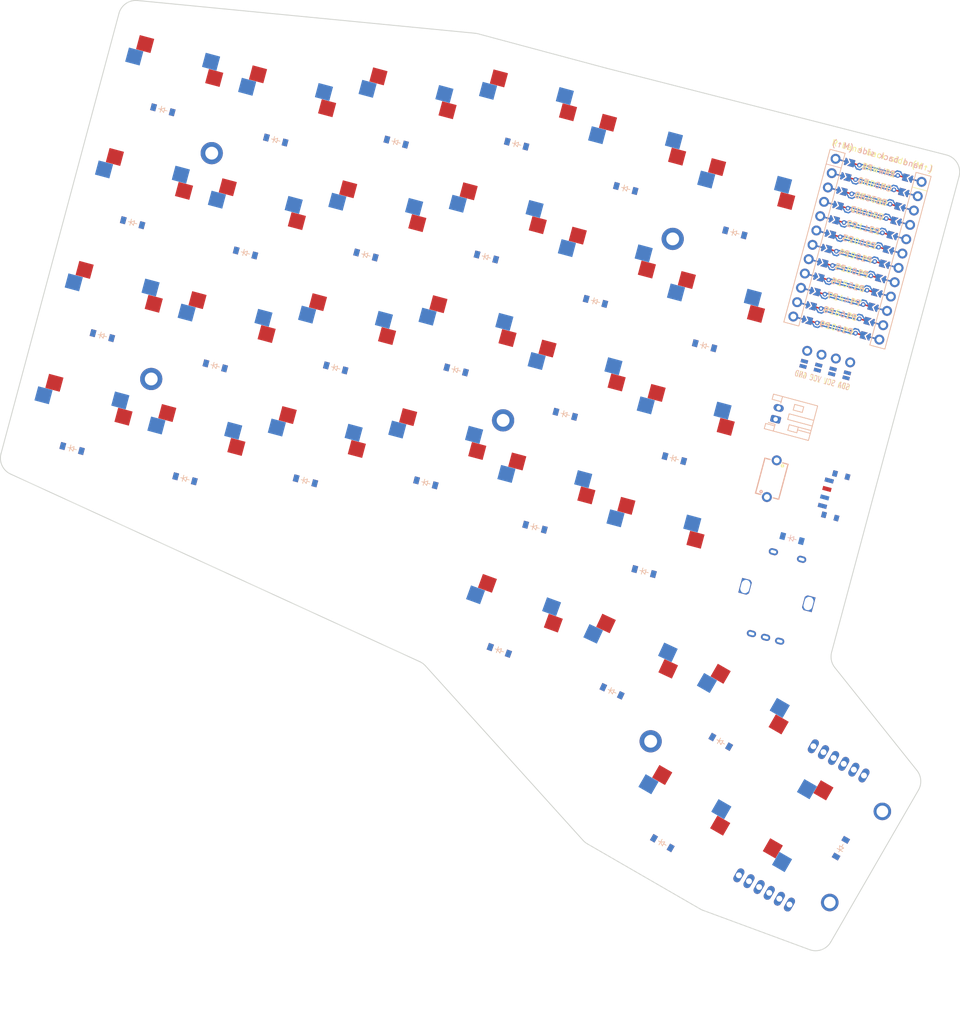
<source format=kicad_pcb>
(kicad_pcb (version 20240108) (generator "ergogen") (generator_version "4.1.0")
  (title_block (title "lag_large") (date "2025-11-18") (rev "v1.0.0") (company "Unknown"))
  (layers (0 "F.Cu" signal) (31 "B.Cu" signal) (34 "B.Paste" user) (35 "F.Paste" user) (36 "B.SilkS" user "B.Silkscreen") (37 "F.SilkS" user "F.Silkscreen") (38 "B.Mask" user) (39 "F.Mask" user) (44 "Edge.Cuts" user))
  (net 0 "")
  (net 1 "P4")
  (net 2 "outer_bottom")
  (net 3 "outer_home")
  (net 4 "outer_top")
  (net 5 "outer_num")
  (net 6 "P5")
  (net 7 "pinky_bottom")
  (net 8 "pinky_home")
  (net 9 "pinky_top")
  (net 10 "pinky_num")
  (net 11 "P6")
  (net 12 "ring_bottom")
  (net 13 "ring_home")
  (net 14 "ring_top")
  (net 15 "ring_num")
  (net 16 "P7")
  (net 17 "middle_bottom")
  (net 18 "middle_home")
  (net 19 "middle_top")
  (net 20 "middle_num")
  (net 21 "P8")
  (net 22 "index_bottom")
  (net 23 "index_home")
  (net 24 "index_top")
  (net 25 "index_num")
  (net 26 "P9")
  (net 27 "inner_bottom")
  (net 28 "inner_home")
  (net 29 "inner_top")
  (net 30 "inner_num")
  (net 31 "outer_rowt")
  (net 32 "middle_rowt")
  (net 33 "inner_rowt")
  (net 34 "middle_rowb")
  (net 35 "inner_rowb")
  (net 36 "P16")
  (net 37 "P14")
  (net 38 "P15")
  (net 39 "P18")
  (net 40 "P10")
  (net 41 "RAW")
  (net 42 "GND")
  (net 43 "RST")
  (net 44 "VCC")
  (net 45 "P21")
  (net 46 "P20")
  (net 47 "P19")
  (net 48 "P1")
  (net 49 "P0")
  (net 50 "P2")
  (net 51 "P3")
  (net 52 "P101")
  (net 53 "P102")
  (net 54 "P107")
  (net 55 "MCU1_24")
  (net 56 "MCU1_1")
  (net 57 "MCU1_23")
  (net 58 "MCU1_2")
  (net 59 "MCU1_22")
  (net 60 "MCU1_3")
  (net 61 "MCU1_21")
  (net 62 "MCU1_4")
  (net 63 "MCU1_20")
  (net 64 "MCU1_5")
  (net 65 "MCU1_19")
  (net 66 "MCU1_6")
  (net 67 "MCU1_18")
  (net 68 "MCU1_7")
  (net 69 "MCU1_17")
  (net 70 "MCU1_8")
  (net 71 "MCU1_16")
  (net 72 "MCU1_9")
  (net 73 "MCU1_15")
  (net 74 "MCU1_10")
  (net 75 "MCU1_14")
  (net 76 "MCU1_11")
  (net 77 "MCU1_13")
  (net 78 "MCU1_12")
  (net 79 "sw1")
  (net 80 "en_s2")
  (net 81 "DISP1_1")
  (net 82 "DISP1_2")
  (net 83 "DISP1_3")
  (net 84 "DISP1_4")
  (module MX (layer F.Cu) (at 70.7106781 122.4744871 -15)
    (fp_text reference "S1" hide)
    (fp_text value "" hide)
    (pad "" np_thru_hole circle (at 0 0) (size 3.9878 3.9878) (drill 3.9878) (layers *.Cu *.Mask))
    (pad "" np_thru_hole circle (at 5.08 0) (size 1.7018 1.7018) (drill 1.7018) (layers *.Cu *.Mask))
    (pad "" np_thru_hole circle (at -5.08 0) (size 1.7018 1.7018) (drill 1.7018) (layers *.Cu *.Mask))
    (pad "" np_thru_hole circle (at 2.54 -5.08) (size 3 3) (drill 3) (layers *.Cu *.Mask))
    (pad "" np_thru_hole circle (at -3.81 -2.54) (size 3 3) (drill 3) (layers *.Cu *.Mask))
    (pad 1 smd rect (at -7.085 -2.54 -15) (size 2.55 2.5) (layers B.Cu B.Paste B.Mask) (net 1 "P4"))
    (pad 2 smd rect (at 5.842 -5.08 -15) (size 2.55 2.5) (layers B.Cu B.Paste B.Mask) (net 2 "outer_bottom"))
    (pad "" np_thru_hole circle (at -2.54 -5.08) (size 3 3) (drill 3) (layers *.Cu *.Mask))
    (pad "" np_thru_hole circle (at 3.81 -2.54) (size 3 3) (drill 3) (layers *.Cu *.Mask))
    (pad 1 smd rect (at 7.085 -2.54 -15) (size 2.55 2.5) (layers F.Cu F.Paste F.Mask) (net 1 "P4"))
    (pad 2 smd rect (at -5.842 -5.08 -15) (size 2.55 2.5) (layers F.Cu F.Paste F.Mask) (net 2 "outer_bottom"))
  )
  (module MX (layer F.Cu) (at 75.8877061 103.1535558 -15)
    (fp_text reference "S2" hide)
    (fp_text value "" hide)
    (pad "" np_thru_hole circle (at 0 0) (size 3.9878 3.9878) (drill 3.9878) (layers *.Cu *.Mask))
    (pad "" np_thru_hole circle (at 5.08 0) (size 1.7018 1.7018) (drill 1.7018) (layers *.Cu *.Mask))
    (pad "" np_thru_hole circle (at -5.08 0) (size 1.7018 1.7018) (drill 1.7018) (layers *.Cu *.Mask))
    (pad "" np_thru_hole circle (at 2.54 -5.08) (size 3 3) (drill 3) (layers *.Cu *.Mask))
    (pad "" np_thru_hole circle (at -3.81 -2.54) (size 3 3) (drill 3) (layers *.Cu *.Mask))
    (pad 1 smd rect (at -7.085 -2.54 -15) (size 2.55 2.5) (layers B.Cu B.Paste B.Mask) (net 1 "P4"))
    (pad 2 smd rect (at 5.842 -5.08 -15) (size 2.55 2.5) (layers B.Cu B.Paste B.Mask) (net 3 "outer_home"))
    (pad "" np_thru_hole circle (at -2.54 -5.08) (size 3 3) (drill 3) (layers *.Cu *.Mask))
    (pad "" np_thru_hole circle (at 3.81 -2.54) (size 3 3) (drill 3) (layers *.Cu *.Mask))
    (pad 1 smd rect (at 7.085 -2.54 -15) (size 2.55 2.5) (layers F.Cu F.Paste F.Mask) (net 1 "P4"))
    (pad 2 smd rect (at -5.842 -5.08 -15) (size 2.55 2.5) (layers F.Cu F.Paste F.Mask) (net 3 "outer_home"))
  )
  (module MX (layer F.Cu) (at 81.064734 83.8326245 -15)
    (fp_text reference "S3" hide)
    (fp_text value "" hide)
    (pad "" np_thru_hole circle (at 0 0) (size 3.9878 3.9878) (drill 3.9878) (layers *.Cu *.Mask))
    (pad "" np_thru_hole circle (at 5.08 0) (size 1.7018 1.7018) (drill 1.7018) (layers *.Cu *.Mask))
    (pad "" np_thru_hole circle (at -5.08 0) (size 1.7018 1.7018) (drill 1.7018) (layers *.Cu *.Mask))
    (pad "" np_thru_hole circle (at 2.54 -5.08) (size 3 3) (drill 3) (layers *.Cu *.Mask))
    (pad "" np_thru_hole circle (at -3.81 -2.54) (size 3 3) (drill 3) (layers *.Cu *.Mask))
    (pad 1 smd rect (at -7.085 -2.54 -15) (size 2.55 2.5) (layers B.Cu B.Paste B.Mask) (net 1 "P4"))
    (pad 2 smd rect (at 5.842 -5.08 -15) (size 2.55 2.5) (layers B.Cu B.Paste B.Mask) (net 4 "outer_top"))
    (pad "" np_thru_hole circle (at -2.54 -5.08) (size 3 3) (drill 3) (layers *.Cu *.Mask))
    (pad "" np_thru_hole circle (at 3.81 -2.54) (size 3 3) (drill 3) (layers *.Cu *.Mask))
    (pad 1 smd rect (at 7.085 -2.54 -15) (size 2.55 2.5) (layers F.Cu F.Paste F.Mask) (net 1 "P4"))
    (pad 2 smd rect (at -5.842 -5.08 -15) (size 2.55 2.5) (layers F.Cu F.Paste F.Mask) (net 4 "outer_top"))
  )
  (module MX (layer F.Cu) (at 86.241762 64.5116931 -15)
    (fp_text reference "S4" hide)
    (fp_text value "" hide)
    (pad "" np_thru_hole circle (at 0 0) (size 3.9878 3.9878) (drill 3.9878) (layers *.Cu *.Mask))
    (pad "" np_thru_hole circle (at 5.08 0) (size 1.7018 1.7018) (drill 1.7018) (layers *.Cu *.Mask))
    (pad "" np_thru_hole circle (at -5.08 0) (size 1.7018 1.7018) (drill 1.7018) (layers *.Cu *.Mask))
    (pad "" np_thru_hole circle (at 2.54 -5.08) (size 3 3) (drill 3) (layers *.Cu *.Mask))
    (pad "" np_thru_hole circle (at -3.81 -2.54) (size 3 3) (drill 3) (layers *.Cu *.Mask))
    (pad 1 smd rect (at -7.085 -2.54 -15) (size 2.55 2.5) (layers B.Cu B.Paste B.Mask) (net 1 "P4"))
    (pad 2 smd rect (at 5.842 -5.08 -15) (size 2.55 2.5) (layers B.Cu B.Paste B.Mask) (net 5 "outer_num"))
    (pad "" np_thru_hole circle (at -2.54 -5.08) (size 3 3) (drill 3) (layers *.Cu *.Mask))
    (pad "" np_thru_hole circle (at 3.81 -2.54) (size 3 3) (drill 3) (layers *.Cu *.Mask))
    (pad 1 smd rect (at 7.085 -2.54 -15) (size 2.55 2.5) (layers F.Cu F.Paste F.Mask) (net 1 "P4"))
    (pad 2 smd rect (at -5.842 -5.08 -15) (size 2.55 2.5) (layers F.Cu F.Paste F.Mask) (net 5 "outer_num"))
  )
  (module MX (layer F.Cu) (at 90.0316095 127.6515151 -15)
    (fp_text reference "S5" hide)
    (fp_text value "" hide)
    (pad "" np_thru_hole circle (at 0 0) (size 3.9878 3.9878) (drill 3.9878) (layers *.Cu *.Mask))
    (pad "" np_thru_hole circle (at 5.08 0) (size 1.7018 1.7018) (drill 1.7018) (layers *.Cu *.Mask))
    (pad "" np_thru_hole circle (at -5.08 0) (size 1.7018 1.7018) (drill 1.7018) (layers *.Cu *.Mask))
    (pad "" np_thru_hole circle (at 2.54 -5.08) (size 3 3) (drill 3) (layers *.Cu *.Mask))
    (pad "" np_thru_hole circle (at -3.81 -2.54) (size 3 3) (drill 3) (layers *.Cu *.Mask))
    (pad 1 smd rect (at -7.085 -2.54 -15) (size 2.55 2.5) (layers B.Cu B.Paste B.Mask) (net 6 "P5"))
    (pad 2 smd rect (at 5.842 -5.08 -15) (size 2.55 2.5) (layers B.Cu B.Paste B.Mask) (net 7 "pinky_bottom"))
    (pad "" np_thru_hole circle (at -2.54 -5.08) (size 3 3) (drill 3) (layers *.Cu *.Mask))
    (pad "" np_thru_hole circle (at 3.81 -2.54) (size 3 3) (drill 3) (layers *.Cu *.Mask))
    (pad 1 smd rect (at 7.085 -2.54 -15) (size 2.55 2.5) (layers F.Cu F.Paste F.Mask) (net 6 "P5"))
    (pad 2 smd rect (at -5.842 -5.08 -15) (size 2.55 2.5) (layers F.Cu F.Paste F.Mask) (net 7 "pinky_bottom"))
  )
  (module MX (layer F.Cu) (at 95.2086374 108.3305837 -15)
    (fp_text reference "S6" hide)
    (fp_text value "" hide)
    (pad "" np_thru_hole circle (at 0 0) (size 3.9878 3.9878) (drill 3.9878) (layers *.Cu *.Mask))
    (pad "" np_thru_hole circle (at 5.08 0) (size 1.7018 1.7018) (drill 1.7018) (layers *.Cu *.Mask))
    (pad "" np_thru_hole circle (at -5.08 0) (size 1.7018 1.7018) (drill 1.7018) (layers *.Cu *.Mask))
    (pad "" np_thru_hole circle (at 2.54 -5.08) (size 3 3) (drill 3) (layers *.Cu *.Mask))
    (pad "" np_thru_hole circle (at -3.81 -2.54) (size 3 3) (drill 3) (layers *.Cu *.Mask))
    (pad 1 smd rect (at -7.085 -2.54 -15) (size 2.55 2.5) (layers B.Cu B.Paste B.Mask) (net 6 "P5"))
    (pad 2 smd rect (at 5.842 -5.08 -15) (size 2.55 2.5) (layers B.Cu B.Paste B.Mask) (net 8 "pinky_home"))
    (pad "" np_thru_hole circle (at -2.54 -5.08) (size 3 3) (drill 3) (layers *.Cu *.Mask))
    (pad "" np_thru_hole circle (at 3.81 -2.54) (size 3 3) (drill 3) (layers *.Cu *.Mask))
    (pad 1 smd rect (at 7.085 -2.54 -15) (size 2.55 2.5) (layers F.Cu F.Paste F.Mask) (net 6 "P5"))
    (pad 2 smd rect (at -5.842 -5.08 -15) (size 2.55 2.5) (layers F.Cu F.Paste F.Mask) (net 8 "pinky_home"))
  )
  (module MX (layer F.Cu) (at 100.3856654 89.0096524 -15)
    (fp_text reference "S7" hide)
    (fp_text value "" hide)
    (pad "" np_thru_hole circle (at 0 0) (size 3.9878 3.9878) (drill 3.9878) (layers *.Cu *.Mask))
    (pad "" np_thru_hole circle (at 5.08 0) (size 1.7018 1.7018) (drill 1.7018) (layers *.Cu *.Mask))
    (pad "" np_thru_hole circle (at -5.08 0) (size 1.7018 1.7018) (drill 1.7018) (layers *.Cu *.Mask))
    (pad "" np_thru_hole circle (at 2.54 -5.08) (size 3 3) (drill 3) (layers *.Cu *.Mask))
    (pad "" np_thru_hole circle (at -3.81 -2.54) (size 3 3) (drill 3) (layers *.Cu *.Mask))
    (pad 1 smd rect (at -7.085 -2.54 -15) (size 2.55 2.5) (layers B.Cu B.Paste B.Mask) (net 6 "P5"))
    (pad 2 smd rect (at 5.842 -5.08 -15) (size 2.55 2.5) (layers B.Cu B.Paste B.Mask) (net 9 "pinky_top"))
    (pad "" np_thru_hole circle (at -2.54 -5.08) (size 3 3) (drill 3) (layers *.Cu *.Mask))
    (pad "" np_thru_hole circle (at 3.81 -2.54) (size 3 3) (drill 3) (layers *.Cu *.Mask))
    (pad 1 smd rect (at 7.085 -2.54 -15) (size 2.55 2.5) (layers F.Cu F.Paste F.Mask) (net 6 "P5"))
    (pad 2 smd rect (at -5.842 -5.08 -15) (size 2.55 2.5) (layers F.Cu F.Paste F.Mask) (net 9 "pinky_top"))
  )
  (module MX (layer F.Cu) (at 105.5626933 69.6887211 -15)
    (fp_text reference "S8" hide)
    (fp_text value "" hide)
    (pad "" np_thru_hole circle (at 0 0) (size 3.9878 3.9878) (drill 3.9878) (layers *.Cu *.Mask))
    (pad "" np_thru_hole circle (at 5.08 0) (size 1.7018 1.7018) (drill 1.7018) (layers *.Cu *.Mask))
    (pad "" np_thru_hole circle (at -5.08 0) (size 1.7018 1.7018) (drill 1.7018) (layers *.Cu *.Mask))
    (pad "" np_thru_hole circle (at 2.54 -5.08) (size 3 3) (drill 3) (layers *.Cu *.Mask))
    (pad "" np_thru_hole circle (at -3.81 -2.54) (size 3 3) (drill 3) (layers *.Cu *.Mask))
    (pad 1 smd rect (at -7.085 -2.54 -15) (size 2.55 2.5) (layers B.Cu B.Paste B.Mask) (net 6 "P5"))
    (pad 2 smd rect (at 5.842 -5.08 -15) (size 2.55 2.5) (layers B.Cu B.Paste B.Mask) (net 10 "pinky_num"))
    (pad "" np_thru_hole circle (at -2.54 -5.08) (size 3 3) (drill 3) (layers *.Cu *.Mask))
    (pad "" np_thru_hole circle (at 3.81 -2.54) (size 3 3) (drill 3) (layers *.Cu *.Mask))
    (pad 1 smd rect (at 7.085 -2.54 -15) (size 2.55 2.5) (layers F.Cu F.Paste F.Mask) (net 6 "P5"))
    (pad 2 smd rect (at -5.842 -5.08 -15) (size 2.55 2.5) (layers F.Cu F.Paste F.Mask) (net 10 "pinky_num"))
  )
  (module MX (layer F.Cu) (at 110.646636 127.9989139 -15)
    (fp_text reference "S9" hide)
    (fp_text value "" hide)
    (pad "" np_thru_hole circle (at 0 0) (size 3.9878 3.9878) (drill 3.9878) (layers *.Cu *.Mask))
    (pad "" np_thru_hole circle (at 5.08 0) (size 1.7018 1.7018) (drill 1.7018) (layers *.Cu *.Mask))
    (pad "" np_thru_hole circle (at -5.08 0) (size 1.7018 1.7018) (drill 1.7018) (layers *.Cu *.Mask))
    (pad "" np_thru_hole circle (at 2.54 -5.08) (size 3 3) (drill 3) (layers *.Cu *.Mask))
    (pad "" np_thru_hole circle (at -3.81 -2.54) (size 3 3) (drill 3) (layers *.Cu *.Mask))
    (pad 1 smd rect (at -7.085 -2.54 -15) (size 2.55 2.5) (layers B.Cu B.Paste B.Mask) (net 11 "P6"))
    (pad 2 smd rect (at 5.842 -5.08 -15) (size 2.55 2.5) (layers B.Cu B.Paste B.Mask) (net 12 "ring_bottom"))
    (pad "" np_thru_hole circle (at -2.54 -5.08) (size 3 3) (drill 3) (layers *.Cu *.Mask))
    (pad "" np_thru_hole circle (at 3.81 -2.54) (size 3 3) (drill 3) (layers *.Cu *.Mask))
    (pad 1 smd rect (at 7.085 -2.54 -15) (size 2.55 2.5) (layers F.Cu F.Paste F.Mask) (net 11 "P6"))
    (pad 2 smd rect (at -5.842 -5.08 -15) (size 2.55 2.5) (layers F.Cu F.Paste F.Mask) (net 12 "ring_bottom"))
  )
  (module MX (layer F.Cu) (at 115.823664 108.6779826 -15)
    (fp_text reference "S10" hide)
    (fp_text value "" hide)
    (pad "" np_thru_hole circle (at 0 0) (size 3.9878 3.9878) (drill 3.9878) (layers *.Cu *.Mask))
    (pad "" np_thru_hole circle (at 5.08 0) (size 1.7018 1.7018) (drill 1.7018) (layers *.Cu *.Mask))
    (pad "" np_thru_hole circle (at -5.08 0) (size 1.7018 1.7018) (drill 1.7018) (layers *.Cu *.Mask))
    (pad "" np_thru_hole circle (at 2.54 -5.08) (size 3 3) (drill 3) (layers *.Cu *.Mask))
    (pad "" np_thru_hole circle (at -3.81 -2.54) (size 3 3) (drill 3) (layers *.Cu *.Mask))
    (pad 1 smd rect (at -7.085 -2.54 -15) (size 2.55 2.5) (layers B.Cu B.Paste B.Mask) (net 11 "P6"))
    (pad 2 smd rect (at 5.842 -5.08 -15) (size 2.55 2.5) (layers B.Cu B.Paste B.Mask) (net 13 "ring_home"))
    (pad "" np_thru_hole circle (at -2.54 -5.08) (size 3 3) (drill 3) (layers *.Cu *.Mask))
    (pad "" np_thru_hole circle (at 3.81 -2.54) (size 3 3) (drill 3) (layers *.Cu *.Mask))
    (pad 1 smd rect (at 7.085 -2.54 -15) (size 2.55 2.5) (layers F.Cu F.Paste F.Mask) (net 11 "P6"))
    (pad 2 smd rect (at -5.842 -5.08 -15) (size 2.55 2.5) (layers F.Cu F.Paste F.Mask) (net 13 "ring_home"))
  )
  (module MX (layer F.Cu) (at 121.0006919 89.3570512 -15)
    (fp_text reference "S11" hide)
    (fp_text value "" hide)
    (pad "" np_thru_hole circle (at 0 0) (size 3.9878 3.9878) (drill 3.9878) (layers *.Cu *.Mask))
    (pad "" np_thru_hole circle (at 5.08 0) (size 1.7018 1.7018) (drill 1.7018) (layers *.Cu *.Mask))
    (pad "" np_thru_hole circle (at -5.08 0) (size 1.7018 1.7018) (drill 1.7018) (layers *.Cu *.Mask))
    (pad "" np_thru_hole circle (at 2.54 -5.08) (size 3 3) (drill 3) (layers *.Cu *.Mask))
    (pad "" np_thru_hole circle (at -3.81 -2.54) (size 3 3) (drill 3) (layers *.Cu *.Mask))
    (pad 1 smd rect (at -7.085 -2.54 -15) (size 2.55 2.5) (layers B.Cu B.Paste B.Mask) (net 11 "P6"))
    (pad 2 smd rect (at 5.842 -5.08 -15) (size 2.55 2.5) (layers B.Cu B.Paste B.Mask) (net 14 "ring_top"))
    (pad "" np_thru_hole circle (at -2.54 -5.08) (size 3 3) (drill 3) (layers *.Cu *.Mask))
    (pad "" np_thru_hole circle (at 3.81 -2.54) (size 3 3) (drill 3) (layers *.Cu *.Mask))
    (pad 1 smd rect (at 7.085 -2.54 -15) (size 2.55 2.5) (layers F.Cu F.Paste F.Mask) (net 11 "P6"))
    (pad 2 smd rect (at -5.842 -5.08 -15) (size 2.55 2.5) (layers F.Cu F.Paste F.Mask) (net 14 "ring_top"))
  )
  (module MX (layer F.Cu) (at 126.1777199 70.0361199 -15)
    (fp_text reference "S12" hide)
    (fp_text value "" hide)
    (pad "" np_thru_hole circle (at 0 0) (size 3.9878 3.9878) (drill 3.9878) (layers *.Cu *.Mask))
    (pad "" np_thru_hole circle (at 5.08 0) (size 1.7018 1.7018) (drill 1.7018) (layers *.Cu *.Mask))
    (pad "" np_thru_hole circle (at -5.08 0) (size 1.7018 1.7018) (drill 1.7018) (layers *.Cu *.Mask))
    (pad "" np_thru_hole circle (at 2.54 -5.08) (size 3 3) (drill 3) (layers *.Cu *.Mask))
    (pad "" np_thru_hole circle (at -3.81 -2.54) (size 3 3) (drill 3) (layers *.Cu *.Mask))
    (pad 1 smd rect (at -7.085 -2.54 -15) (size 2.55 2.5) (layers B.Cu B.Paste B.Mask) (net 11 "P6"))
    (pad 2 smd rect (at 5.842 -5.08 -15) (size 2.55 2.5) (layers B.Cu B.Paste B.Mask) (net 15 "ring_num"))
    (pad "" np_thru_hole circle (at -2.54 -5.08) (size 3 3) (drill 3) (layers *.Cu *.Mask))
    (pad "" np_thru_hole circle (at 3.81 -2.54) (size 3 3) (drill 3) (layers *.Cu *.Mask))
    (pad 1 smd rect (at 7.085 -2.54 -15) (size 2.55 2.5) (layers F.Cu F.Paste F.Mask) (net 11 "P6"))
    (pad 2 smd rect (at -5.842 -5.08 -15) (size 2.55 2.5) (layers F.Cu F.Paste F.Mask) (net 15 "ring_num"))
  )
  (module MX (layer F.Cu) (at 131.2616626 128.3463127 -15)
    (fp_text reference "S13" hide)
    (fp_text value "" hide)
    (pad "" np_thru_hole circle (at 0 0) (size 3.9878 3.9878) (drill 3.9878) (layers *.Cu *.Mask))
    (pad "" np_thru_hole circle (at 5.08 0) (size 1.7018 1.7018) (drill 1.7018) (layers *.Cu *.Mask))
    (pad "" np_thru_hole circle (at -5.08 0) (size 1.7018 1.7018) (drill 1.7018) (layers *.Cu *.Mask))
    (pad "" np_thru_hole circle (at 2.54 -5.08) (size 3 3) (drill 3) (layers *.Cu *.Mask))
    (pad "" np_thru_hole circle (at -3.81 -2.54) (size 3 3) (drill 3) (layers *.Cu *.Mask))
    (pad 1 smd rect (at -7.085 -2.54 -15) (size 2.55 2.5) (layers B.Cu B.Paste B.Mask) (net 16 "P7"))
    (pad 2 smd rect (at 5.842 -5.08 -15) (size 2.55 2.5) (layers B.Cu B.Paste B.Mask) (net 17 "middle_bottom"))
    (pad "" np_thru_hole circle (at -2.54 -5.08) (size 3 3) (drill 3) (layers *.Cu *.Mask))
    (pad "" np_thru_hole circle (at 3.81 -2.54) (size 3 3) (drill 3) (layers *.Cu *.Mask))
    (pad 1 smd rect (at 7.085 -2.54 -15) (size 2.55 2.5) (layers F.Cu F.Paste F.Mask) (net 16 "P7"))
    (pad 2 smd rect (at -5.842 -5.08 -15) (size 2.55 2.5) (layers F.Cu F.Paste F.Mask) (net 17 "middle_bottom"))
  )
  (module MX (layer F.Cu) (at 136.4386905 109.0253814 -15)
    (fp_text reference "S14" hide)
    (fp_text value "" hide)
    (pad "" np_thru_hole circle (at 0 0) (size 3.9878 3.9878) (drill 3.9878) (layers *.Cu *.Mask))
    (pad "" np_thru_hole circle (at 5.08 0) (size 1.7018 1.7018) (drill 1.7018) (layers *.Cu *.Mask))
    (pad "" np_thru_hole circle (at -5.08 0) (size 1.7018 1.7018) (drill 1.7018) (layers *.Cu *.Mask))
    (pad "" np_thru_hole circle (at 2.54 -5.08) (size 3 3) (drill 3) (layers *.Cu *.Mask))
    (pad "" np_thru_hole circle (at -3.81 -2.54) (size 3 3) (drill 3) (layers *.Cu *.Mask))
    (pad 1 smd rect (at -7.085 -2.54 -15) (size 2.55 2.5) (layers B.Cu B.Paste B.Mask) (net 16 "P7"))
    (pad 2 smd rect (at 5.842 -5.08 -15) (size 2.55 2.5) (layers B.Cu B.Paste B.Mask) (net 18 "middle_home"))
    (pad "" np_thru_hole circle (at -2.54 -5.08) (size 3 3) (drill 3) (layers *.Cu *.Mask))
    (pad "" np_thru_hole circle (at 3.81 -2.54) (size 3 3) (drill 3) (layers *.Cu *.Mask))
    (pad 1 smd rect (at 7.085 -2.54 -15) (size 2.55 2.5) (layers F.Cu F.Paste F.Mask) (net 16 "P7"))
    (pad 2 smd rect (at -5.842 -5.08 -15) (size 2.55 2.5) (layers F.Cu F.Paste F.Mask) (net 18 "middle_home"))
  )
  (module MX (layer F.Cu) (at 141.6157185 89.70445 -15)
    (fp_text reference "S15" hide)
    (fp_text value "" hide)
    (pad "" np_thru_hole circle (at 0 0) (size 3.9878 3.9878) (drill 3.9878) (layers *.Cu *.Mask))
    (pad "" np_thru_hole circle (at 5.08 0) (size 1.7018 1.7018) (drill 1.7018) (layers *.Cu *.Mask))
    (pad "" np_thru_hole circle (at -5.08 0) (size 1.7018 1.7018) (drill 1.7018) (layers *.Cu *.Mask))
    (pad "" np_thru_hole circle (at 2.54 -5.08) (size 3 3) (drill 3) (layers *.Cu *.Mask))
    (pad "" np_thru_hole circle (at -3.81 -2.54) (size 3 3) (drill 3) (layers *.Cu *.Mask))
    (pad 1 smd rect (at -7.085 -2.54 -15) (size 2.55 2.5) (layers B.Cu B.Paste B.Mask) (net 16 "P7"))
    (pad 2 smd rect (at 5.842 -5.08 -15) (size 2.55 2.5) (layers B.Cu B.Paste B.Mask) (net 19 "middle_top"))
    (pad "" np_thru_hole circle (at -2.54 -5.08) (size 3 3) (drill 3) (layers *.Cu *.Mask))
    (pad "" np_thru_hole circle (at 3.81 -2.54) (size 3 3) (drill 3) (layers *.Cu *.Mask))
    (pad 1 smd rect (at 7.085 -2.54 -15) (size 2.55 2.5) (layers F.Cu F.Paste F.Mask) (net 16 "P7"))
    (pad 2 smd rect (at -5.842 -5.08 -15) (size 2.55 2.5) (layers F.Cu F.Paste F.Mask) (net 19 "middle_top"))
  )
  (module MX (layer F.Cu) (at 146.7927464 70.3835187 -15)
    (fp_text reference "S16" hide)
    (fp_text value "" hide)
    (pad "" np_thru_hole circle (at 0 0) (size 3.9878 3.9878) (drill 3.9878) (layers *.Cu *.Mask))
    (pad "" np_thru_hole circle (at 5.08 0) (size 1.7018 1.7018) (drill 1.7018) (layers *.Cu *.Mask))
    (pad "" np_thru_hole circle (at -5.08 0) (size 1.7018 1.7018) (drill 1.7018) (layers *.Cu *.Mask))
    (pad "" np_thru_hole circle (at 2.54 -5.08) (size 3 3) (drill 3) (layers *.Cu *.Mask))
    (pad "" np_thru_hole circle (at -3.81 -2.54) (size 3 3) (drill 3) (layers *.Cu *.Mask))
    (pad 1 smd rect (at -7.085 -2.54 -15) (size 2.55 2.5) (layers B.Cu B.Paste B.Mask) (net 16 "P7"))
    (pad 2 smd rect (at 5.842 -5.08 -15) (size 2.55 2.5) (layers B.Cu B.Paste B.Mask) (net 20 "middle_num"))
    (pad "" np_thru_hole circle (at -2.54 -5.08) (size 3 3) (drill 3) (layers *.Cu *.Mask))
    (pad "" np_thru_hole circle (at 3.81 -2.54) (size 3 3) (drill 3) (layers *.Cu *.Mask))
    (pad 1 smd rect (at 7.085 -2.54 -15) (size 2.55 2.5) (layers F.Cu F.Paste F.Mask) (net 16 "P7"))
    (pad 2 smd rect (at -5.842 -5.08 -15) (size 2.55 2.5) (layers F.Cu F.Paste F.Mask) (net 20 "middle_num"))
  )
  (module MX (layer F.Cu) (at 149.9355463 135.9381552 -15)
    (fp_text reference "S17" hide)
    (fp_text value "" hide)
    (pad "" np_thru_hole circle (at 0 0) (size 3.9878 3.9878) (drill 3.9878) (layers *.Cu *.Mask))
    (pad "" np_thru_hole circle (at 5.08 0) (size 1.7018 1.7018) (drill 1.7018) (layers *.Cu *.Mask))
    (pad "" np_thru_hole circle (at -5.08 0) (size 1.7018 1.7018) (drill 1.7018) (layers *.Cu *.Mask))
    (pad "" np_thru_hole circle (at 2.54 -5.08) (size 3 3) (drill 3) (layers *.Cu *.Mask))
    (pad "" np_thru_hole circle (at -3.81 -2.54) (size 3 3) (drill 3) (layers *.Cu *.Mask))
    (pad 1 smd rect (at -7.085 -2.54 -15) (size 2.55 2.5) (layers B.Cu B.Paste B.Mask) (net 21 "P8"))
    (pad 2 smd rect (at 5.842 -5.08 -15) (size 2.55 2.5) (layers B.Cu B.Paste B.Mask) (net 22 "index_bottom"))
    (pad "" np_thru_hole circle (at -2.54 -5.08) (size 3 3) (drill 3) (layers *.Cu *.Mask))
    (pad "" np_thru_hole circle (at 3.81 -2.54) (size 3 3) (drill 3) (layers *.Cu *.Mask))
    (pad 1 smd rect (at 7.085 -2.54 -15) (size 2.55 2.5) (layers F.Cu F.Paste F.Mask) (net 21 "P8"))
    (pad 2 smd rect (at -5.842 -5.08 -15) (size 2.55 2.5) (layers F.Cu F.Paste F.Mask) (net 22 "index_bottom"))
  )
  (module MX (layer F.Cu) (at 155.1125743 116.6172239 -15)
    (fp_text reference "S18" hide)
    (fp_text value "" hide)
    (pad "" np_thru_hole circle (at 0 0) (size 3.9878 3.9878) (drill 3.9878) (layers *.Cu *.Mask))
    (pad "" np_thru_hole circle (at 5.08 0) (size 1.7018 1.7018) (drill 1.7018) (layers *.Cu *.Mask))
    (pad "" np_thru_hole circle (at -5.08 0) (size 1.7018 1.7018) (drill 1.7018) (layers *.Cu *.Mask))
    (pad "" np_thru_hole circle (at 2.54 -5.08) (size 3 3) (drill 3) (layers *.Cu *.Mask))
    (pad "" np_thru_hole circle (at -3.81 -2.54) (size 3 3) (drill 3) (layers *.Cu *.Mask))
    (pad 1 smd rect (at -7.085 -2.54 -15) (size 2.55 2.5) (layers B.Cu B.Paste B.Mask) (net 21 "P8"))
    (pad 2 smd rect (at 5.842 -5.08 -15) (size 2.55 2.5) (layers B.Cu B.Paste B.Mask) (net 23 "index_home"))
    (pad "" np_thru_hole circle (at -2.54 -5.08) (size 3 3) (drill 3) (layers *.Cu *.Mask))
    (pad "" np_thru_hole circle (at 3.81 -2.54) (size 3 3) (drill 3) (layers *.Cu *.Mask))
    (pad 1 smd rect (at 7.085 -2.54 -15) (size 2.55 2.5) (layers F.Cu F.Paste F.Mask) (net 21 "P8"))
    (pad 2 smd rect (at -5.842 -5.08 -15) (size 2.55 2.5) (layers F.Cu F.Paste F.Mask) (net 23 "index_home"))
  )
  (module MX (layer F.Cu) (at 160.2896022 97.2962926 -15)
    (fp_text reference "S19" hide)
    (fp_text value "" hide)
    (pad "" np_thru_hole circle (at 0 0) (size 3.9878 3.9878) (drill 3.9878) (layers *.Cu *.Mask))
    (pad "" np_thru_hole circle (at 5.08 0) (size 1.7018 1.7018) (drill 1.7018) (layers *.Cu *.Mask))
    (pad "" np_thru_hole circle (at -5.08 0) (size 1.7018 1.7018) (drill 1.7018) (layers *.Cu *.Mask))
    (pad "" np_thru_hole circle (at 2.54 -5.08) (size 3 3) (drill 3) (layers *.Cu *.Mask))
    (pad "" np_thru_hole circle (at -3.81 -2.54) (size 3 3) (drill 3) (layers *.Cu *.Mask))
    (pad 1 smd rect (at -7.085 -2.54 -15) (size 2.55 2.5) (layers B.Cu B.Paste B.Mask) (net 21 "P8"))
    (pad 2 smd rect (at 5.842 -5.08 -15) (size 2.55 2.5) (layers B.Cu B.Paste B.Mask) (net 24 "index_top"))
    (pad "" np_thru_hole circle (at -2.54 -5.08) (size 3 3) (drill 3) (layers *.Cu *.Mask))
    (pad "" np_thru_hole circle (at 3.81 -2.54) (size 3 3) (drill 3) (layers *.Cu *.Mask))
    (pad 1 smd rect (at 7.085 -2.54 -15) (size 2.55 2.5) (layers F.Cu F.Paste F.Mask) (net 21 "P8"))
    (pad 2 smd rect (at -5.842 -5.08 -15) (size 2.55 2.5) (layers F.Cu F.Paste F.Mask) (net 24 "index_top"))
  )
  (module MX (layer F.Cu) (at 165.4666302 77.9753612 -15)
    (fp_text reference "S20" hide)
    (fp_text value "" hide)
    (pad "" np_thru_hole circle (at 0 0) (size 3.9878 3.9878) (drill 3.9878) (layers *.Cu *.Mask))
    (pad "" np_thru_hole circle (at 5.08 0) (size 1.7018 1.7018) (drill 1.7018) (layers *.Cu *.Mask))
    (pad "" np_thru_hole circle (at -5.08 0) (size 1.7018 1.7018) (drill 1.7018) (layers *.Cu *.Mask))
    (pad "" np_thru_hole circle (at 2.54 -5.08) (size 3 3) (drill 3) (layers *.Cu *.Mask))
    (pad "" np_thru_hole circle (at -3.81 -2.54) (size 3 3) (drill 3) (layers *.Cu *.Mask))
    (pad 1 smd rect (at -7.085 -2.54 -15) (size 2.55 2.5) (layers B.Cu B.Paste B.Mask) (net 21 "P8"))
    (pad 2 smd rect (at 5.842 -5.08 -15) (size 2.55 2.5) (layers B.Cu B.Paste B.Mask) (net 25 "index_num"))
    (pad "" np_thru_hole circle (at -2.54 -5.08) (size 3 3) (drill 3) (layers *.Cu *.Mask))
    (pad "" np_thru_hole circle (at 3.81 -2.54) (size 3 3) (drill 3) (layers *.Cu *.Mask))
    (pad 1 smd rect (at 7.085 -2.54 -15) (size 2.55 2.5) (layers F.Cu F.Paste F.Mask) (net 21 "P8"))
    (pad 2 smd rect (at -5.842 -5.08 -15) (size 2.55 2.5) (layers F.Cu F.Paste F.Mask) (net 25 "index_num"))
  )
  (module MX (layer F.Cu) (at 168.60943 143.5299978 -15)
    (fp_text reference "S21" hide)
    (fp_text value "" hide)
    (pad "" np_thru_hole circle (at 0 0) (size 3.9878 3.9878) (drill 3.9878) (layers *.Cu *.Mask))
    (pad "" np_thru_hole circle (at 5.08 0) (size 1.7018 1.7018) (drill 1.7018) (layers *.Cu *.Mask))
    (pad "" np_thru_hole circle (at -5.08 0) (size 1.7018 1.7018) (drill 1.7018) (layers *.Cu *.Mask))
    (pad "" np_thru_hole circle (at 2.54 -5.08) (size 3 3) (drill 3) (layers *.Cu *.Mask))
    (pad "" np_thru_hole circle (at -3.81 -2.54) (size 3 3) (drill 3) (layers *.Cu *.Mask))
    (pad 1 smd rect (at -7.085 -2.54 -15) (size 2.55 2.5) (layers B.Cu B.Paste B.Mask) (net 26 "P9"))
    (pad 2 smd rect (at 5.842 -5.08 -15) (size 2.55 2.5) (layers B.Cu B.Paste B.Mask) (net 27 "inner_bottom"))
    (pad "" np_thru_hole circle (at -2.54 -5.08) (size 3 3) (drill 3) (layers *.Cu *.Mask))
    (pad "" np_thru_hole circle (at 3.81 -2.54) (size 3 3) (drill 3) (layers *.Cu *.Mask))
    (pad 1 smd rect (at 7.085 -2.54 -15) (size 2.55 2.5) (layers F.Cu F.Paste F.Mask) (net 26 "P9"))
    (pad 2 smd rect (at -5.842 -5.08 -15) (size 2.55 2.5) (layers F.Cu F.Paste F.Mask) (net 27 "inner_bottom"))
  )
  (module MX (layer F.Cu) (at 173.786458 124.2090664 -15)
    (fp_text reference "S22" hide)
    (fp_text value "" hide)
    (pad "" np_thru_hole circle (at 0 0) (size 3.9878 3.9878) (drill 3.9878) (layers *.Cu *.Mask))
    (pad "" np_thru_hole circle (at 5.08 0) (size 1.7018 1.7018) (drill 1.7018) (layers *.Cu *.Mask))
    (pad "" np_thru_hole circle (at -5.08 0) (size 1.7018 1.7018) (drill 1.7018) (layers *.Cu *.Mask))
    (pad "" np_thru_hole circle (at 2.54 -5.08) (size 3 3) (drill 3) (layers *.Cu *.Mask))
    (pad "" np_thru_hole circle (at -3.81 -2.54) (size 3 3) (drill 3) (layers *.Cu *.Mask))
    (pad 1 smd rect (at -7.085 -2.54 -15) (size 2.55 2.5) (layers B.Cu B.Paste B.Mask) (net 26 "P9"))
    (pad 2 smd rect (at 5.842 -5.08 -15) (size 2.55 2.5) (layers B.Cu B.Paste B.Mask) (net 28 "inner_home"))
    (pad "" np_thru_hole circle (at -2.54 -5.08) (size 3 3) (drill 3) (layers *.Cu *.Mask))
    (pad "" np_thru_hole circle (at 3.81 -2.54) (size 3 3) (drill 3) (layers *.Cu *.Mask))
    (pad 1 smd rect (at 7.085 -2.54 -15) (size 2.55 2.5) (layers F.Cu F.Paste F.Mask) (net 26 "P9"))
    (pad 2 smd rect (at -5.842 -5.08 -15) (size 2.55 2.5) (layers F.Cu F.Paste F.Mask) (net 28 "inner_home"))
  )
  (module MX (layer F.Cu) (at 178.9634859 104.8881351 -15)
    (fp_text reference "S23" hide)
    (fp_text value "" hide)
    (pad "" np_thru_hole circle (at 0 0) (size 3.9878 3.9878) (drill 3.9878) (layers *.Cu *.Mask))
    (pad "" np_thru_hole circle (at 5.08 0) (size 1.7018 1.7018) (drill 1.7018) (layers *.Cu *.Mask))
    (pad "" np_thru_hole circle (at -5.08 0) (size 1.7018 1.7018) (drill 1.7018) (layers *.Cu *.Mask))
    (pad "" np_thru_hole circle (at 2.54 -5.08) (size 3 3) (drill 3) (layers *.Cu *.Mask))
    (pad "" np_thru_hole circle (at -3.81 -2.54) (size 3 3) (drill 3) (layers *.Cu *.Mask))
    (pad 1 smd rect (at -7.085 -2.54 -15) (size 2.55 2.5) (layers B.Cu B.Paste B.Mask) (net 26 "P9"))
    (pad 2 smd rect (at 5.842 -5.08 -15) (size 2.55 2.5) (layers B.Cu B.Paste B.Mask) (net 29 "inner_top"))
    (pad "" np_thru_hole circle (at -2.54 -5.08) (size 3 3) (drill 3) (layers *.Cu *.Mask))
    (pad "" np_thru_hole circle (at 3.81 -2.54) (size 3 3) (drill 3) (layers *.Cu *.Mask))
    (pad 1 smd rect (at 7.085 -2.54 -15) (size 2.55 2.5) (layers F.Cu F.Paste F.Mask) (net 26 "P9"))
    (pad 2 smd rect (at -5.842 -5.08 -15) (size 2.55 2.5) (layers F.Cu F.Paste F.Mask) (net 29 "inner_top"))
  )
  (module MX (layer F.Cu) (at 184.1405139 85.5672037 -15)
    (fp_text reference "S24" hide)
    (fp_text value "" hide)
    (pad "" np_thru_hole circle (at 0 0) (size 3.9878 3.9878) (drill 3.9878) (layers *.Cu *.Mask))
    (pad "" np_thru_hole circle (at 5.08 0) (size 1.7018 1.7018) (drill 1.7018) (layers *.Cu *.Mask))
    (pad "" np_thru_hole circle (at -5.08 0) (size 1.7018 1.7018) (drill 1.7018) (layers *.Cu *.Mask))
    (pad "" np_thru_hole circle (at 2.54 -5.08) (size 3 3) (drill 3) (layers *.Cu *.Mask))
    (pad "" np_thru_hole circle (at -3.81 -2.54) (size 3 3) (drill 3) (layers *.Cu *.Mask))
    (pad 1 smd rect (at -7.085 -2.54 -15) (size 2.55 2.5) (layers B.Cu B.Paste B.Mask) (net 26 "P9"))
    (pad 2 smd rect (at 5.842 -5.08 -15) (size 2.55 2.5) (layers B.Cu B.Paste B.Mask) (net 30 "inner_num"))
    (pad "" np_thru_hole circle (at -2.54 -5.08) (size 3 3) (drill 3) (layers *.Cu *.Mask))
    (pad "" np_thru_hole circle (at 3.81 -2.54) (size 3 3) (drill 3) (layers *.Cu *.Mask))
    (pad 1 smd rect (at 7.085 -2.54 -15) (size 2.55 2.5) (layers F.Cu F.Paste F.Mask) (net 26 "P9"))
    (pad 2 smd rect (at -5.842 -5.08 -15) (size 2.55 2.5) (layers F.Cu F.Paste F.Mask) (net 30 "inner_num"))
  )
  (module MX (layer F.Cu) (at 144.2531742 157.1450568 -20)
    (fp_text reference "S25" hide)
    (fp_text value "" hide)
    (pad "" np_thru_hole circle (at 0 0) (size 3.9878 3.9878) (drill 3.9878) (layers *.Cu *.Mask))
    (pad "" np_thru_hole circle (at 5.08 0) (size 1.7018 1.7018) (drill 1.7018) (layers *.Cu *.Mask))
    (pad "" np_thru_hole circle (at -5.08 0) (size 1.7018 1.7018) (drill 1.7018) (layers *.Cu *.Mask))
    (pad "" np_thru_hole circle (at 2.54 -5.08) (size 3 3) (drill 3) (layers *.Cu *.Mask))
    (pad "" np_thru_hole circle (at -3.81 -2.54) (size 3 3) (drill 3) (layers *.Cu *.Mask))
    (pad 1 smd rect (at -7.085 -2.54 -20) (size 2.55 2.5) (layers B.Cu B.Paste B.Mask) (net 1 "P4"))
    (pad 2 smd rect (at 5.842 -5.08 -20) (size 2.55 2.5) (layers B.Cu B.Paste B.Mask) (net 31 "outer_rowt"))
    (pad "" np_thru_hole circle (at -2.54 -5.08) (size 3 3) (drill 3) (layers *.Cu *.Mask))
    (pad "" np_thru_hole circle (at 3.81 -2.54) (size 3 3) (drill 3) (layers *.Cu *.Mask))
    (pad 1 smd rect (at 7.085 -2.54 -20) (size 2.55 2.5) (layers F.Cu F.Paste F.Mask) (net 1 "P4"))
    (pad 2 smd rect (at -5.842 -5.08 -20) (size 2.55 2.5) (layers F.Cu F.Paste F.Mask) (net 31 "outer_rowt"))
  )
  (module MX (layer F.Cu) (at 163.9444331 164.3120889 -25)
    (fp_text reference "S26" hide)
    (fp_text value "" hide)
    (pad "" np_thru_hole circle (at 0 0) (size 3.9878 3.9878) (drill 3.9878) (layers *.Cu *.Mask))
    (pad "" np_thru_hole circle (at 5.08 0) (size 1.7018 1.7018) (drill 1.7018) (layers *.Cu *.Mask))
    (pad "" np_thru_hole circle (at -5.08 0) (size 1.7018 1.7018) (drill 1.7018) (layers *.Cu *.Mask))
    (pad "" np_thru_hole circle (at 2.54 -5.08) (size 3 3) (drill 3) (layers *.Cu *.Mask))
    (pad "" np_thru_hole circle (at -3.81 -2.54) (size 3 3) (drill 3) (layers *.Cu *.Mask))
    (pad 1 smd rect (at -7.085 -2.54 -25) (size 2.55 2.5) (layers B.Cu B.Paste B.Mask) (net 6 "P5"))
    (pad 2 smd rect (at 5.842 -5.08 -25) (size 2.55 2.5) (layers B.Cu B.Paste B.Mask) (net 32 "middle_rowt"))
    (pad "" np_thru_hole circle (at -2.54 -5.08) (size 3 3) (drill 3) (layers *.Cu *.Mask))
    (pad "" np_thru_hole circle (at 3.81 -2.54) (size 3 3) (drill 3) (layers *.Cu *.Mask))
    (pad 1 smd rect (at 7.085 -2.54 -25) (size 2.55 2.5) (layers F.Cu F.Paste F.Mask) (net 6 "P5"))
    (pad 2 smd rect (at -5.842 -5.08 -25) (size 2.55 2.5) (layers F.Cu F.Paste F.Mask) (net 32 "middle_rowt"))
  )
  (module MX (layer F.Cu) (at 182.9361128 173.1680546 -30)
    (fp_text reference "S27" hide)
    (fp_text value "" hide)
    (pad "" np_thru_hole circle (at 0 0) (size 3.9878 3.9878) (drill 3.9878) (layers *.Cu *.Mask))
    (pad "" np_thru_hole circle (at 5.08 0) (size 1.7018 1.7018) (drill 1.7018) (layers *.Cu *.Mask))
    (pad "" np_thru_hole circle (at -5.08 0) (size 1.7018 1.7018) (drill 1.7018) (layers *.Cu *.Mask))
    (pad "" np_thru_hole circle (at 2.54 -5.08) (size 3 3) (drill 3) (layers *.Cu *.Mask))
    (pad "" np_thru_hole circle (at -3.81 -2.54) (size 3 3) (drill 3) (layers *.Cu *.Mask))
    (pad 1 smd rect (at -7.085 -2.54 -30) (size 2.55 2.5) (layers B.Cu B.Paste B.Mask) (net 16 "P7"))
    (pad 2 smd rect (at 5.842 -5.08 -30) (size 2.55 2.5) (layers B.Cu B.Paste B.Mask) (net 33 "inner_rowt"))
    (pad "" np_thru_hole circle (at -2.54 -5.08) (size 3 3) (drill 3) (layers *.Cu *.Mask))
    (pad "" np_thru_hole circle (at 3.81 -2.54) (size 3 3) (drill 3) (layers *.Cu *.Mask))
    (pad 1 smd rect (at 7.085 -2.54 -30) (size 2.55 2.5) (layers F.Cu F.Paste F.Mask) (net 16 "P7"))
    (pad 2 smd rect (at -5.842 -5.08 -30) (size 2.55 2.5) (layers F.Cu F.Paste F.Mask) (net 33 "inner_rowt"))
  )
  (module MX (layer F.Cu) (at 172.9348628 190.4907277 -30)
    (fp_text reference "S28" hide)
    (fp_text value "" hide)
    (pad "" np_thru_hole circle (at 0 0) (size 3.9878 3.9878) (drill 3.9878) (layers *.Cu *.Mask))
    (pad "" np_thru_hole circle (at 5.08 0) (size 1.7018 1.7018) (drill 1.7018) (layers *.Cu *.Mask))
    (pad "" np_thru_hole circle (at -5.08 0) (size 1.7018 1.7018) (drill 1.7018) (layers *.Cu *.Mask))
    (pad "" np_thru_hole circle (at 2.54 -5.08) (size 3 3) (drill 3) (layers *.Cu *.Mask))
    (pad "" np_thru_hole circle (at -3.81 -2.54) (size 3 3) (drill 3) (layers *.Cu *.Mask))
    (pad 1 smd rect (at -7.085 -2.54 -30) (size 2.55 2.5) (layers B.Cu B.Paste B.Mask) (net 11 "P6"))
    (pad 2 smd rect (at 5.842 -5.08 -30) (size 2.55 2.5) (layers B.Cu B.Paste B.Mask) (net 34 "middle_rowb"))
    (pad "" np_thru_hole circle (at -2.54 -5.08) (size 3 3) (drill 3) (layers *.Cu *.Mask))
    (pad "" np_thru_hole circle (at 3.81 -2.54) (size 3 3) (drill 3) (layers *.Cu *.Mask))
    (pad 1 smd rect (at 7.085 -2.54 -30) (size 2.55 2.5) (layers F.Cu F.Paste F.Mask) (net 11 "P6"))
    (pad 2 smd rect (at -5.842 -5.08 -30) (size 2.55 2.5) (layers F.Cu F.Paste F.Mask) (net 34 "middle_rowb"))
  )
  (module MX (layer F.Cu) (at 196.6698143 193.1955857 60)
    (fp_text reference "S29" hide)
    (fp_text value "" hide)
    (pad "" np_thru_hole circle (at 0 0) (size 3.9878 3.9878) (drill 3.9878) (layers *.Cu *.Mask))
    (pad "" np_thru_hole circle (at 5.08 0) (size 1.7018 1.7018) (drill 1.7018) (layers *.Cu *.Mask))
    (pad "" np_thru_hole circle (at -5.08 0) (size 1.7018 1.7018) (drill 1.7018) (layers *.Cu *.Mask))
    (pad "" np_thru_hole circle (at 2.54 -5.08) (size 3 3) (drill 3) (layers *.Cu *.Mask))
    (pad "" np_thru_hole circle (at -3.81 -2.54) (size 3 3) (drill 3) (layers *.Cu *.Mask))
    (pad 1 smd rect (at -7.085 -2.54 60) (size 2.55 2.5) (layers B.Cu B.Paste B.Mask) (net 21 "P8"))
    (pad 2 smd rect (at 5.842 -5.08 60) (size 2.55 2.5) (layers B.Cu B.Paste B.Mask) (net 35 "inner_rowb"))
    (pad "" np_thru_hole circle (at -2.54 -5.08) (size 3 3) (drill 3) (layers *.Cu *.Mask))
    (pad "" np_thru_hole circle (at 3.81 -2.54) (size 3 3) (drill 3) (layers *.Cu *.Mask))
    (pad 1 smd rect (at 7.085 -2.54 60) (size 2.55 2.5) (layers F.Cu F.Paste F.Mask) (net 21 "P8"))
    (pad 2 smd rect (at -5.842 -5.08 60) (size 2.55 2.5) (layers F.Cu F.Paste F.Mask) (net 35 "inner_rowb"))
  )
  (footprint "ceoloide:diode_tht_sod123" (layer "F.Cu") (at 69.4165829 127.30411620000001 -15)
    (property "Reference" "D1" hide)
    (pad "1" smd rect (at -1.65 0 -15) (size 0.9 1.2) (layers "F.Cu" "F.Paste" "F.Mask") (net 36 "P16"))
    (pad "2" smd rect (at 1.65 0 -15) (size 0.9 1.2) (layers "F.Cu" "F.Paste" "F.Mask") (net 2 "outer_bottom"))
    (pad "1" smd rect (at -1.65 0 -15) (size 0.9 1.2) (layers "B.Cu" "B.Paste" "B.Mask") (net 36 "P16"))
    (pad "2" smd rect (at 1.65 0 -15) (size 0.9 1.2) (layers "B.Cu" "B.Paste" "B.Mask") (net 2 "outer_bottom"))
  )
  (footprint "ceoloide:diode_tht_sod123" (layer "F.Cu") (at 74.5936109 107.98318490000001 -15)
    (property "Reference" "D2" hide)
    (pad "1" smd rect (at -1.65 0 -15) (size 0.9 1.2) (layers "F.Cu" "F.Paste" "F.Mask") (net 37 "P14"))
    (pad "2" smd rect (at 1.65 0 -15) (size 0.9 1.2) (layers "F.Cu" "F.Paste" "F.Mask") (net 3 "outer_home"))
    (pad "1" smd rect (at -1.65 0 -15) (size 0.9 1.2) (layers "B.Cu" "B.Paste" "B.Mask") (net 37 "P14"))
    (pad "2" smd rect (at 1.65 0 -15) (size 0.9 1.2) (layers "B.Cu" "B.Paste" "B.Mask") (net 3 "outer_home"))
  )
  (footprint "ceoloide:diode_tht_sod123" (layer "F.Cu") (at 79.7706388 88.6622536 -15)
    (property "Reference" "D3" hide)
    (pad "1" smd rect (at -1.65 0 -15) (size 0.9 1.2) (layers "F.Cu" "F.Paste" "F.Mask") (net 38 "P15"))
    (pad "2" smd rect (at 1.65 0 -15) (size 0.9 1.2) (layers "F.Cu" "F.Paste" "F.Mask") (net 4 "outer_top"))
    (pad "1" smd rect (at -1.65 0 -15) (size 0.9 1.2) (layers "B.Cu" "B.Paste" "B.Mask") (net 38 "P15"))
    (pad "2" smd rect (at 1.65 0 -15) (size 0.9 1.2) (layers "B.Cu" "B.Paste" "B.Mask") (net 4 "outer_top"))
  )
  (footprint "ceoloide:diode_tht_sod123" (layer "F.Cu") (at 84.9476668 69.34132220000001 -15)
    (property "Reference" "D4" hide)
    (pad "1" smd rect (at -1.65 0 -15) (size 0.9 1.2) (layers "F.Cu" "F.Paste" "F.Mask") (net 39 "P18"))
    (pad "2" smd rect (at 1.65 0 -15) (size 0.9 1.2) (layers "F.Cu" "F.Paste" "F.Mask") (net 5 "outer_num"))
    (pad "1" smd rect (at -1.65 0 -15) (size 0.9 1.2) (layers "B.Cu" "B.Paste" "B.Mask") (net 39 "P18"))
    (pad "2" smd rect (at 1.65 0 -15) (size 0.9 1.2) (layers "B.Cu" "B.Paste" "B.Mask") (net 5 "outer_num"))
  )
  (footprint "ceoloide:diode_tht_sod123" (layer "F.Cu") (at 88.7375143 132.4811442 -15)
    (property "Reference" "D5" hide)
    (pad "1" smd rect (at -1.65 0 -15) (size 0.9 1.2) (layers "F.Cu" "F.Paste" "F.Mask") (net 36 "P16"))
    (pad "2" smd rect (at 1.65 0 -15) (size 0.9 1.2) (layers "F.Cu" "F.Paste" "F.Mask") (net 7 "pinky_bottom"))
    (pad "1" smd rect (at -1.65 0 -15) (size 0.9 1.2) (layers "B.Cu" "B.Paste" "B.Mask") (net 36 "P16"))
    (pad "2" smd rect (at 1.65 0 -15) (size 0.9 1.2) (layers "B.Cu" "B.Paste" "B.Mask") (net 7 "pinky_bottom"))
  )
  (footprint "ceoloide:diode_tht_sod123" (layer "F.Cu") (at 93.9145422 113.16021280000001 -15)
    (property "Reference" "D6" hide)
    (pad "1" smd rect (at -1.65 0 -15) (size 0.9 1.2) (layers "F.Cu" "F.Paste" "F.Mask") (net 37 "P14"))
    (pad "2" smd rect (at 1.65 0 -15) (size 0.9 1.2) (layers "F.Cu" "F.Paste" "F.Mask") (net 8 "pinky_home"))
    (pad "1" smd rect (at -1.65 0 -15) (size 0.9 1.2) (layers "B.Cu" "B.Paste" "B.Mask") (net 37 "P14"))
    (pad "2" smd rect (at 1.65 0 -15) (size 0.9 1.2) (layers "B.Cu" "B.Paste" "B.Mask") (net 8 "pinky_home"))
  )
  (footprint "ceoloide:diode_tht_sod123" (layer "F.Cu") (at 99.09157019999999 93.8392815 -15)
    (property "Reference" "D7" hide)
    (pad "1" smd rect (at -1.65 0 -15) (size 0.9 1.2) (layers "F.Cu" "F.Paste" "F.Mask") (net 38 "P15"))
    (pad "2" smd rect (at 1.65 0 -15) (size 0.9 1.2) (layers "F.Cu" "F.Paste" "F.Mask") (net 9 "pinky_top"))
    (pad "1" smd rect (at -1.65 0 -15) (size 0.9 1.2) (layers "B.Cu" "B.Paste" "B.Mask") (net 38 "P15"))
    (pad "2" smd rect (at 1.65 0 -15) (size 0.9 1.2) (layers "B.Cu" "B.Paste" "B.Mask") (net 9 "pinky_top"))
  )
  (footprint "ceoloide:diode_tht_sod123" (layer "F.Cu") (at 104.2685981 74.5183502 -15)
    (property "Reference" "D8" hide)
    (pad "1" smd rect (at -1.65 0 -15) (size 0.9 1.2) (layers "F.Cu" "F.Paste" "F.Mask") (net 39 "P18"))
    (pad "2" smd rect (at 1.65 0 -15) (size 0.9 1.2) (layers "F.Cu" "F.Paste" "F.Mask") (net 10 "pinky_num"))
    (pad "1" smd rect (at -1.65 0 -15) (size 0.9 1.2) (layers "B.Cu" "B.Paste" "B.Mask") (net 39 "P18"))
    (pad "2" smd rect (at 1.65 0 -15) (size 0.9 1.2) (layers "B.Cu" "B.Paste" "B.Mask") (net 10 "pinky_num"))
  )
  (footprint "ceoloide:diode_tht_sod123" (layer "F.Cu") (at 109.3525408 132.828543 -15)
    (property "Reference" "D9" hide)
    (pad "1" smd rect (at -1.65 0 -15) (size 0.9 1.2) (layers "F.Cu" "F.Paste" "F.Mask") (net 36 "P16"))
    (pad "2" smd rect (at 1.65 0 -15) (size 0.9 1.2) (layers "F.Cu" "F.Paste" "F.Mask") (net 12 "ring_bottom"))
    (pad "1" smd rect (at -1.65 0 -15) (size 0.9 1.2) (layers "B.Cu" "B.Paste" "B.Mask") (net 36 "P16"))
    (pad "2" smd rect (at 1.65 0 -15) (size 0.9 1.2) (layers "B.Cu" "B.Paste" "B.Mask") (net 12 "ring_bottom"))
  )
  (footprint "ceoloide:diode_tht_sod123" (layer "F.Cu") (at 114.52956879999999 113.50761170000001 -15)
    (property "Reference" "D10" hide)
    (pad "1" smd rect (at -1.65 0 -15) (size 0.9 1.2) (layers "F.Cu" "F.Paste" "F.Mask") (net 37 "P14"))
    (pad "2" smd rect (at 1.65 0 -15) (size 0.9 1.2) (layers "F.Cu" "F.Paste" "F.Mask") (net 13 "ring_home"))
    (pad "1" smd rect (at -1.65 0 -15) (size 0.9 1.2) (layers "B.Cu" "B.Paste" "B.Mask") (net 37 "P14"))
    (pad "2" smd rect (at 1.65 0 -15) (size 0.9 1.2) (layers "B.Cu" "B.Paste" "B.Mask") (net 13 "ring_home"))
  )
  (footprint "ceoloide:diode_tht_sod123" (layer "F.Cu") (at 119.7065967 94.1866803 -15)
    (property "Reference" "D11" hide)
    (pad "1" smd rect (at -1.65 0 -15) (size 0.9 1.2) (layers "F.Cu" "F.Paste" "F.Mask") (net 38 "P15"))
    (pad "2" smd rect (at 1.65 0 -15) (size 0.9 1.2) (layers "F.Cu" "F.Paste" "F.Mask") (net 14 "ring_top"))
    (pad "1" smd rect (at -1.65 0 -15) (size 0.9 1.2) (layers "B.Cu" "B.Paste" "B.Mask") (net 38 "P15"))
    (pad "2" smd rect (at 1.65 0 -15) (size 0.9 1.2) (layers "B.Cu" "B.Paste" "B.Mask") (net 14 "ring_top"))
  )
  (footprint "ceoloide:diode_tht_sod123" (layer "F.Cu") (at 124.8836247 74.86574900000001 -15)
    (property "Reference" "D12" hide)
    (pad "1" smd rect (at -1.65 0 -15) (size 0.9 1.2) (layers "F.Cu" "F.Paste" "F.Mask") (net 39 "P18"))
    (pad "2" smd rect (at 1.65 0 -15) (size 0.9 1.2) (layers "F.Cu" "F.Paste" "F.Mask") (net 15 "ring_num"))
    (pad "1" smd rect (at -1.65 0 -15) (size 0.9 1.2) (layers "B.Cu" "B.Paste" "B.Mask") (net 39 "P18"))
    (pad "2" smd rect (at 1.65 0 -15) (size 0.9 1.2) (layers "B.Cu" "B.Paste" "B.Mask") (net 15 "ring_num"))
  )
  (footprint "ceoloide:diode_tht_sod123" (layer "F.Cu") (at 129.9675674 133.1759418 -15)
    (property "Reference" "D13" hide)
    (pad "1" smd rect (at -1.65 0 -15) (size 0.9 1.2) (layers "F.Cu" "F.Paste" "F.Mask") (net 36 "P16"))
    (pad "2" smd rect (at 1.65 0 -15) (size 0.9 1.2) (layers "F.Cu" "F.Paste" "F.Mask") (net 17 "middle_bottom"))
    (pad "1" smd rect (at -1.65 0 -15) (size 0.9 1.2) (layers "B.Cu" "B.Paste" "B.Mask") (net 36 "P16"))
    (pad "2" smd rect (at 1.65 0 -15) (size 0.9 1.2) (layers "B.Cu" "B.Paste" "B.Mask") (net 17 "middle_bottom"))
  )
  (footprint "ceoloide:diode_tht_sod123" (layer "F.Cu") (at 135.14459530000002 113.8550105 -15)
    (property "Reference" "D14" hide)
    (pad "1" smd rect (at -1.65 0 -15) (size 0.9 1.2) (layers "F.Cu" "F.Paste" "F.Mask") (net 37 "P14"))
    (pad "2" smd rect (at 1.65 0 -15) (size 0.9 1.2) (layers "F.Cu" "F.Paste" "F.Mask") (net 18 "middle_home"))
    (pad "1" smd rect (at -1.65 0 -15) (size 0.9 1.2) (layers "B.Cu" "B.Paste" "B.Mask") (net 37 "P14"))
    (pad "2" smd rect (at 1.65 0 -15) (size 0.9 1.2) (layers "B.Cu" "B.Paste" "B.Mask") (net 18 "middle_home"))
  )
  (footprint "ceoloide:diode_tht_sod123" (layer "F.Cu") (at 140.32162330000003 94.5340791 -15)
    (property "Reference" "D15" hide)
    (pad "1" smd rect (at -1.65 0 -15) (size 0.9 1.2) (layers "F.Cu" "F.Paste" "F.Mask") (net 38 "P15"))
    (pad "2" smd rect (at 1.65 0 -15) (size 0.9 1.2) (layers "F.Cu" "F.Paste" "F.Mask") (net 19 "middle_top"))
    (pad "1" smd rect (at -1.65 0 -15) (size 0.9 1.2) (layers "B.Cu" "B.Paste" "B.Mask") (net 38 "P15"))
    (pad "2" smd rect (at 1.65 0 -15) (size 0.9 1.2) (layers "B.Cu" "B.Paste" "B.Mask") (net 19 "middle_top"))
  )
  (footprint "ceoloide:diode_tht_sod123" (layer "F.Cu") (at 145.4986512 75.2131478 -15)
    (property "Reference" "D16" hide)
    (pad "1" smd rect (at -1.65 0 -15) (size 0.9 1.2) (layers "F.Cu" "F.Paste" "F.Mask") (net 39 "P18"))
    (pad "2" smd rect (at 1.65 0 -15) (size 0.9 1.2) (layers "F.Cu" "F.Paste" "F.Mask") (net 20 "middle_num"))
    (pad "1" smd rect (at -1.65 0 -15) (size 0.9 1.2) (layers "B.Cu" "B.Paste" "B.Mask") (net 39 "P18"))
    (pad "2" smd rect (at 1.65 0 -15) (size 0.9 1.2) (layers "B.Cu" "B.Paste" "B.Mask") (net 20 "middle_num"))
  )
  (footprint "ceoloide:diode_tht_sod123" (layer "F.Cu") (at 148.6414511 140.76778430000002 -15)
    (property "Reference" "D17" hide)
    (pad "1" smd rect (at -1.65 0 -15) (size 0.9 1.2) (layers "F.Cu" "F.Paste" "F.Mask") (net 36 "P16"))
    (pad "2" smd rect (at 1.65 0 -15) (size 0.9 1.2) (layers "F.Cu" "F.Paste" "F.Mask") (net 22 "index_bottom"))
    (pad "1" smd rect (at -1.65 0 -15) (size 0.9 1.2) (layers "B.Cu" "B.Paste" "B.Mask") (net 36 "P16"))
    (pad "2" smd rect (at 1.65 0 -15) (size 0.9 1.2) (layers "B.Cu" "B.Paste" "B.Mask") (net 22 "index_bottom"))
  )
  (footprint "ceoloide:diode_tht_sod123" (layer "F.Cu") (at 153.81847910000002 121.446853 -15)
    (property "Reference" "D18" hide)
    (pad "1" smd rect (at -1.65 0 -15) (size 0.9 1.2) (layers "F.Cu" "F.Paste" "F.Mask") (net 37 "P14"))
    (pad "2" smd rect (at 1.65 0 -15) (size 0.9 1.2) (layers "F.Cu" "F.Paste" "F.Mask") (net 23 "index_home"))
    (pad "1" smd rect (at -1.65 0 -15) (size 0.9 1.2) (layers "B.Cu" "B.Paste" "B.Mask") (net 37 "P14"))
    (pad "2" smd rect (at 1.65 0 -15) (size 0.9 1.2) (layers "B.Cu" "B.Paste" "B.Mask") (net 23 "index_home"))
  )
  (footprint "ceoloide:diode_tht_sod123" (layer "F.Cu") (at 158.995507 102.1259217 -15)
    (property "Reference" "D19" hide)
    (pad "1" smd rect (at -1.65 0 -15) (size 0.9 1.2) (layers "F.Cu" "F.Paste" "F.Mask") (net 38 "P15"))
    (pad "2" smd rect (at 1.65 0 -15) (size 0.9 1.2) (layers "F.Cu" "F.Paste" "F.Mask") (net 24 "index_top"))
    (pad "1" smd rect (at -1.65 0 -15) (size 0.9 1.2) (layers "B.Cu" "B.Paste" "B.Mask") (net 38 "P15"))
    (pad "2" smd rect (at 1.65 0 -15) (size 0.9 1.2) (layers "B.Cu" "B.Paste" "B.Mask") (net 24 "index_top"))
  )
  (footprint "ceoloide:diode_tht_sod123" (layer "F.Cu") (at 164.172535 82.8049903 -15)
    (property "Reference" "D20" hide)
    (pad "1" smd rect (at -1.65 0 -15) (size 0.9 1.2) (layers "F.Cu" "F.Paste" "F.Mask") (net 39 "P18"))
    (pad "2" smd rect (at 1.65 0 -15) (size 0.9 1.2) (layers "F.Cu" "F.Paste" "F.Mask") (net 25 "index_num"))
    (pad "1" smd rect (at -1.65 0 -15) (size 0.9 1.2) (layers "B.Cu" "B.Paste" "B.Mask") (net 39 "P18"))
    (pad "2" smd rect (at 1.65 0 -15) (size 0.9 1.2) (layers "B.Cu" "B.Paste" "B.Mask") (net 25 "index_num"))
  )
  (footprint "ceoloide:diode_tht_sod123" (layer "F.Cu") (at 167.31533480000002 148.3596269 -15)
    (property "Reference" "D21" hide)
    (pad "1" smd rect (at -1.65 0 -15) (size 0.9 1.2) (layers "F.Cu" "F.Paste" "F.Mask") (net 36 "P16"))
    (pad "2" smd rect (at 1.65 0 -15) (size 0.9 1.2) (layers "F.Cu" "F.Paste" "F.Mask") (net 27 "inner_bottom"))
    (pad "1" smd rect (at -1.65 0 -15) (size 0.9 1.2) (layers "B.Cu" "B.Paste" "B.Mask") (net 36 "P16"))
    (pad "2" smd rect (at 1.65 0 -15) (size 0.9 1.2) (layers "B.Cu" "B.Paste" "B.Mask") (net 27 "inner_bottom"))
  )
  (footprint "ceoloide:diode_tht_sod123" (layer "F.Cu") (at 172.49236280000002 129.0386955 -15)
    (property "Reference" "D22" hide)
    (pad "1" smd rect (at -1.65 0 -15) (size 0.9 1.2) (layers "F.Cu" "F.Paste" "F.Mask") (net 37 "P14"))
    (pad "2" smd rect (at 1.65 0 -15) (size 0.9 1.2) (layers "F.Cu" "F.Paste" "F.Mask") (net 28 "inner_home"))
    (pad "1" smd rect (at -1.65 0 -15) (size 0.9 1.2) (layers "B.Cu" "B.Paste" "B.Mask") (net 37 "P14"))
    (pad "2" smd rect (at 1.65 0 -15) (size 0.9 1.2) (layers "B.Cu" "B.Paste" "B.Mask") (net 28 "inner_home"))
  )
  (footprint "ceoloide:diode_tht_sod123" (layer "F.Cu") (at 177.6693907 109.7177642 -15)
    (property "Reference" "D23" hide)
    (pad "1" smd rect (at -1.65 0 -15) (size 0.9 1.2) (layers "F.Cu" "F.Paste" "F.Mask") (net 38 "P15"))
    (pad "2" smd rect (at 1.65 0 -15) (size 0.9 1.2) (layers "F.Cu" "F.Paste" "F.Mask") (net 29 "inner_top"))
    (pad "1" smd rect (at -1.65 0 -15) (size 0.9 1.2) (layers "B.Cu" "B.Paste" "B.Mask") (net 38 "P15"))
    (pad "2" smd rect (at 1.65 0 -15) (size 0.9 1.2) (layers "B.Cu" "B.Paste" "B.Mask") (net 29 "inner_top"))
  )
  (footprint "ceoloide:diode_tht_sod123" (layer "F.Cu") (at 182.84641870000002 90.3968328 -15)
    (property "Reference" "D24" hide)
    (pad "1" smd rect (at -1.65 0 -15) (size 0.9 1.2) (layers "F.Cu" "F.Paste" "F.Mask") (net 39 "P18"))
    (pad "2" smd rect (at 1.65 0 -15) (size 0.9 1.2) (layers "F.Cu" "F.Paste" "F.Mask") (net 30 "inner_num"))
    (pad "1" smd rect (at -1.65 0 -15) (size 0.9 1.2) (layers "B.Cu" "B.Paste" "B.Mask") (net 39 "P18"))
    (pad "2" smd rect (at 1.65 0 -15) (size 0.9 1.2) (layers "B.Cu" "B.Paste" "B.Mask") (net 30 "inner_num"))
  )
  (footprint "ceoloide:diode_tht_sod123" (layer "F.Cu") (at 142.5430735 161.8435199 -20)
    (property "Reference" "D25" hide)
    (pad "1" smd rect (at -1.65 0 -20) (size 0.9 1.2) (layers "F.Cu" "F.Paste" "F.Mask") (net 40 "P10"))
    (pad "2" smd rect (at 1.65 0 -20) (size 0.9 1.2) (layers "F.Cu" "F.Paste" "F.Mask") (net 31 "outer_rowt"))
    (pad "1" smd rect (at -1.65 0 -20) (size 0.9 1.2) (layers "B.Cu" "B.Paste" "B.Mask") (net 40 "P10"))
    (pad "2" smd rect (at 1.65 0 -20) (size 0.9 1.2) (layers "B.Cu" "B.Paste" "B.Mask") (net 31 "outer_rowt"))
  )
  (footprint "ceoloide:diode_tht_sod123" (layer "F.Cu") (at 161.8313418 168.84362779999998 -25)
    (property "Reference" "D26" hide)
    (pad "1" smd rect (at -1.65 0 -25) (size 0.9 1.2) (layers "F.Cu" "F.Paste" "F.Mask") (net 40 "P10"))
    (pad "2" smd rect (at 1.65 0 -25) (size 0.9 1.2) (layers "F.Cu" "F.Paste" "F.Mask") (net 32 "middle_rowt"))
    (pad "1" smd rect (at -1.65 0 -25) (size 0.9 1.2) (layers "B.Cu" "B.Paste" "B.Mask") (net 40 "P10"))
    (pad "2" smd rect (at 1.65 0 -25) (size 0.9 1.2) (layers "B.Cu" "B.Paste" "B.Mask") (net 32 "middle_rowt"))
  )
  (footprint "ceoloide:diode_tht_sod123" (layer "F.Cu") (at 180.4361128 177.4981816 -30)
    (property "Reference" "D27" hide)
    (pad "1" smd rect (at -1.65 0 -30) (size 0.9 1.2) (layers "F.Cu" "F.Paste" "F.Mask") (net 40 "P10"))
    (pad "2" smd rect (at 1.65 0 -30) (size 0.9 1.2) (layers "F.Cu" "F.Paste" "F.Mask") (net 33 "inner_rowt"))
    (pad "1" smd rect (at -1.65 0 -30) (size 0.9 1.2) (layers "B.Cu" "B.Paste" "B.Mask") (net 40 "P10"))
    (pad "2" smd rect (at 1.65 0 -30) (size 0.9 1.2) (layers "B.Cu" "B.Paste" "B.Mask") (net 33 "inner_rowt"))
  )
  (footprint "ceoloide:diode_tht_sod123" (layer "F.Cu") (at 170.4348628 194.8208547 -30)
    (property "Reference" "D28" hide)
    (pad "1" smd rect (at -1.65 0 -30) (size 0.9 1.2) (layers "F.Cu" "F.Paste" "F.Mask") (net 40 "P10"))
    (pad "2" smd rect (at 1.65 0 -30) (size 0.9 1.2) (layers "F.Cu" "F.Paste" "F.Mask") (net 34 "middle_rowb"))
    (pad "1" smd rect (at -1.65 0 -30) (size 0.9 1.2) (layers "B.Cu" "B.Paste" "B.Mask") (net 40 "P10"))
    (pad "2" smd rect (at 1.65 0 -30) (size 0.9 1.2) (layers "B.Cu" "B.Paste" "B.Mask") (net 34 "middle_rowb"))
  )
  (footprint "ceoloide:diode_tht_sod123" (layer "F.Cu") (at 200.99994130000002 195.6955857 60)
    (property "Reference" "D29" hide)
    (pad "1" smd rect (at -1.65 0 60) (size 0.9 1.2) (layers "F.Cu" "F.Paste" "F.Mask") (net 40 "P10"))
    (pad "2" smd rect (at 1.65 0 60) (size 0.9 1.2) (layers "F.Cu" "F.Paste" "F.Mask") (net 35 "inner_rowb"))
    (pad "1" smd rect (at -1.65 0 60) (size 0.9 1.2) (layers "B.Cu" "B.Paste" "B.Mask") (net 40 "P10"))
    (pad "2" smd rect (at 1.65 0 60) (size 0.9 1.2) (layers "B.Cu" "B.Paste" "B.Mask") (net 35 "inner_rowb"))
  )
  (footprint "ceoloide:mcu_supermini_nrf52840" (layer "F.Cu") (at 204.1661372 91.9683295 -15)
    (property "Reference" "MCU1" hide)
    (pad "24" thru_hole circle (at -7.62 -12.7 -15) (size 1.7 1.7) (drill 1) (layers "*.Cu" "*.Mask") (net 55 "MCU1_24"))
    (pad "1" thru_hole circle (at 7.62 -12.7 -15) (size 1.7 1.7) (drill 1) (layers "*.Cu" "*.Mask") (net 56 "MCU1_1"))
    (pad "124" thru_hole circle (at -3.4 -12.7 -15) (size 0.8 0.8) (drill 0.4) (layers "*.Cu" "*.Mask") (net 41 "RAW"))
    (pad "101" thru_hole circle (at 3.4 -12.7 -15) (size 0.8 0.8) (drill 0.4) (layers "*.Cu" "*.Mask") (net 48 "P1"))
    (pad "24" smd custom (at -5.5 -12.7 -15) (size 0.2 0.2) (layers "F.Cu" "F.Paste" "F.Mask") (net 55 "MCU1_24") (options (clearance outline) (anchor rect)) (primitives (gr_poly (pts (xy -0.5 -0.625) (xy -0.25 -0.625) (xy 0.25 0) (xy -0.25 0.625) (xy -0.5 0.625)) (width 0) (fill yes))))
    (pad "124" smd custom (at -4.775 -12.7 -15) (size 0.2 0.2) (layers "F.Cu" "F.Paste" "F.Mask") (net 41 "RAW") (options (clearance outline) (anchor rect)) (primitives (gr_poly (pts (xy -0.65 -0.625) (xy 0.5 -0.625) (xy 0.5 0.625) (xy -0.65 0.625) (xy -0.15 0)) (width 0) (fill yes))))
    (pad "101" smd custom (at 4.775 -12.7 165) (size 0.2 0.2) (layers "F.Cu" "F.Paste" "F.Mask") (net 48 "P1") (options (clearance outline) (anchor rect)) (primitives (gr_poly (pts (xy -0.65 -0.625) (xy 0.5 -0.625) (xy 0.5 0.625) (xy -0.65 0.625) (xy -0.15 0)) (width 0) (fill yes))))
    (pad "1" smd custom (at 5.5 -12.7 165) (size 0.2 0.2) (layers "F.Cu" "F.Paste" "F.Mask") (net 56 "MCU1_1") (options (clearance outline) (anchor rect)) (primitives (gr_poly (pts (xy -0.5 -0.625) (xy -0.25 -0.625) (xy 0.25 0) (xy -0.25 0.625) (xy -0.5 0.625)) (width 0) (fill yes))))
    (pad "24" smd custom (at -5.5 -12.7 -15) (size 0.2 0.2) (layers "B.Cu" "B.Paste" "B.Mask") (net 55 "MCU1_24") (options (clearance outline) (anchor rect)) (primitives (gr_poly (pts (xy -0.5 0.625) (xy -0.25 0.625) (xy 0.25 0) (xy -0.25 -0.625) (xy -0.5 -0.625)) (width 0) (fill yes))))
    (pad "101" smd custom (at -4.775 -12.7 -15) (size 0.2 0.2) (layers "B.Cu" "B.Paste" "B.Mask") (net 48 "P1") (options (clearance outline) (anchor rect)) (primitives (gr_poly (pts (xy -0.65 0.625) (xy 0.5 0.625) (xy 0.5 -0.625) (xy -0.65 -0.625) (xy -0.15 0)) (width 0) (fill yes))))
    (pad "124" smd custom (at 4.775 -12.7 165) (size 0.2 0.2) (layers "B.Cu" "B.Paste" "B.Mask") (net 41 "RAW") (options (clearance outline) (anchor rect)) (primitives (gr_poly (pts (xy -0.65 0.625) (xy 0.5 0.625) (xy 0.5 -0.625) (xy -0.65 -0.625) (xy -0.15 0)) (width 0) (fill yes))))
    (pad "1" smd custom (at 5.5 -12.7 165) (size 0.2 0.2) (layers "B.Cu" "B.Paste" "B.Mask") (net 56 "MCU1_1") (options (clearance outline) (anchor rect)) (primitives (gr_poly (pts (xy -0.5 0.625) (xy -0.25 0.625) (xy 0.25 0) (xy -0.25 -0.625) (xy -0.5 -0.625)) (width 0) (fill yes))))
    (fp_text user "RAW" (at -1.45 -12.7 -15) (layer "F.SilkS"))
    (fp_text user "P1" (at 2.04 -12.7 -15) (layer "F.SilkS"))
    (fp_text user "P1" (at -2.04 -12.7 -15) (layer "B.SilkS") (effects (justify mirror)))
    (fp_text user "RAW" (at 1.45 -12.7 -15) (layer "B.SilkS") (effects (justify mirror)))
    (pad "23" thru_hole circle (at -7.62 -10.16 -15) (size 1.7 1.7) (drill 1) (layers "*.Cu" "*.Mask") (net 57 "MCU1_23"))
    (pad "2" thru_hole circle (at 7.62 -10.16 -15) (size 1.7 1.7) (drill 1) (layers "*.Cu" "*.Mask") (net 58 "MCU1_2"))
    (pad "123" thru_hole circle (at -3.4 -10.16 -15) (size 0.8 0.8) (drill 0.4) (layers "*.Cu" "*.Mask") (net 42 "GND"))
    (pad "102" thru_hole circle (at 3.4 -10.16 -15) (size 0.8 0.8) (drill 0.4) (layers "*.Cu" "*.Mask") (net 49 "P0"))
    (pad "23" smd custom (at -5.5 -10.16 -15) (size 0.2 0.2) (layers "F.Cu" "F.Paste" "F.Mask") (net 57 "MCU1_23") (options (clearance outline) (anchor rect)) (primitives (gr_poly (pts (xy -0.5 -0.625) (xy -0.25 -0.625) (xy 0.25 0) (xy -0.25 0.625) (xy -0.5 0.625)) (width 0) (fill yes))))
    (pad "123" smd custom (at -4.775 -10.16 -15) (size 0.2 0.2) (layers "F.Cu" "F.Paste" "F.Mask") (net 42 "GND") (options (clearance outline) (anchor rect)) (primitives (gr_poly (pts (xy -0.65 -0.625) (xy 0.5 -0.625) (xy 0.5 0.625) (xy -0.65 0.625) (xy -0.15 0)) (width 0) (fill yes))))
    (pad "102" smd custom (at 4.775 -10.16 165) (size 0.2 0.2) (layers "F.Cu" "F.Paste" "F.Mask") (net 49 "P0") (options (clearance outline) (anchor rect)) (primitives (gr_poly (pts (xy -0.65 -0.625) (xy 0.5 -0.625) (xy 0.5 0.625) (xy -0.65 0.625) (xy -0.15 0)) (width 0) (fill yes))))
    (pad "2" smd custom (at 5.5 -10.16 165) (size 0.2 0.2) (layers "F.Cu" "F.Paste" "F.Mask") (net 58 "MCU1_2") (options (clearance outline) (anchor rect)) (primitives (gr_poly (pts (xy -0.5 -0.625) (xy -0.25 -0.625) (xy 0.25 0) (xy -0.25 0.625) (xy -0.5 0.625)) (width 0) (fill yes))))
    (pad "23" smd custom (at -5.5 -10.16 -15) (size 0.2 0.2) (layers "B.Cu" "B.Paste" "B.Mask") (net 57 "MCU1_23") (options (clearance outline) (anchor rect)) (primitives (gr_poly (pts (xy -0.5 0.625) (xy -0.25 0.625) (xy 0.25 0) (xy -0.25 -0.625) (xy -0.5 -0.625)) (width 0) (fill yes))))
    (pad "102" smd custom (at -4.775 -10.16 -15) (size 0.2 0.2) (layers "B.Cu" "B.Paste" "B.Mask") (net 49 "P0") (options (clearance outline) (anchor rect)) (primitives (gr_poly (pts (xy -0.65 0.625) (xy 0.5 0.625) (xy 0.5 -0.625) (xy -0.65 -0.625) (xy -0.15 0)) (width 0) (fill yes))))
    (pad "123" smd custom (at 4.775 -10.16 165) (size 0.2 0.2) (layers "B.Cu" "B.Paste" "B.Mask") (net 42 "GND") (options (clearance outline) (anchor rect)) (primitives (gr_poly (pts (xy -0.65 0.625) (xy 0.5 0.625) (xy 0.5 -0.625) (xy -0.65 -0.625) (xy -0.15 0)) (width 0) (fill yes))))
    (pad "2" smd custom (at 5.5 -10.16 165) (size 0.2 0.2) (layers "B.Cu" "B.Paste" "B.Mask") (net 58 "MCU1_2") (options (clearance outline) (anchor rect)) (primitives (gr_poly (pts (xy -0.5 0.625) (xy -0.25 0.625) (xy 0.25 0) (xy -0.25 -0.625) (xy -0.5 -0.625)) (width 0) (fill yes))))
    (fp_text user "GND" (at -1.45 -10.16 -15) (layer "F.SilkS"))
    (fp_text user "P0" (at 2.04 -10.16 -15) (layer "F.SilkS"))
    (fp_text user "P0" (at -2.04 -10.16 -15) (layer "B.SilkS") (effects (justify mirror)))
    (fp_text user "GND" (at 1.45 -10.16 -15) (layer "B.SilkS") (effects (justify mirror)))
    (pad "22" thru_hole circle (at -7.62 -7.619999999999999 -15) (size 1.7 1.7) (drill 1) (layers "*.Cu" "*.Mask") (net 59 "MCU1_22"))
    (pad "3" thru_hole circle (at 7.62 -7.619999999999999 -15) (size 1.7 1.7) (drill 1) (layers "*.Cu" "*.Mask") (net 60 "MCU1_3"))
    (pad "122" thru_hole circle (at -3.4 -7.619999999999999 -15) (size 0.8 0.8) (drill 0.4) (layers "*.Cu" "*.Mask") (net 43 "RST"))
    (pad "103" thru_hole circle (at 3.4 -7.619999999999999 -15) (size 0.8 0.8) (drill 0.4) (layers "*.Cu" "*.Mask") (net 42 "GND"))
    (pad "22" smd custom (at -5.5 -7.619999999999999 -15) (size 0.2 0.2) (layers "F.Cu" "F.Paste" "F.Mask") (net 59 "MCU1_22") (options (clearance outline) (anchor rect)) (primitives (gr_poly (pts (xy -0.5 -0.625) (xy -0.25 -0.625) (xy 0.25 0) (xy -0.25 0.625) (xy -0.5 0.625)) (width 0) (fill yes))))
    (pad "122" smd custom (at -4.775 -7.619999999999999 -15) (size 0.2 0.2) (layers "F.Cu" "F.Paste" "F.Mask") (net 43 "RST") (options (clearance outline) (anchor rect)) (primitives (gr_poly (pts (xy -0.65 -0.625) (xy 0.5 -0.625) (xy 0.5 0.625) (xy -0.65 0.625) (xy -0.15 0)) (width 0) (fill yes))))
    (pad "103" smd custom (at 4.775 -7.619999999999999 165) (size 0.2 0.2) (layers "F.Cu" "F.Paste" "F.Mask") (net 42 "GND") (options (clearance outline) (anchor rect)) (primitives (gr_poly (pts (xy -0.65 -0.625) (xy 0.5 -0.625) (xy 0.5 0.625) (xy -0.65 0.625) (xy -0.15 0)) (width 0) (fill yes))))
    (pad "3" smd custom (at 5.5 -7.619999999999999 165) (size 0.2 0.2) (layers "F.Cu" "F.Paste" "F.Mask") (net 60 "MCU1_3") (options (clearance outline) (anchor rect)) (primitives (gr_poly (pts (xy -0.5 -0.625) (xy -0.25 -0.625) (xy 0.25 0) (xy -0.25 0.625) (xy -0.5 0.625)) (width 0) (fill yes))))
    (pad "22" smd custom (at -5.5 -7.619999999999999 -15) (size 0.2 0.2) (layers "B.Cu" "B.Paste" "B.Mask") (net 59 "MCU1_22") (options (clearance outline) (anchor rect)) (primitives (gr_poly (pts (xy -0.5 0.625) (xy -0.25 0.625) (xy 0.25 0) (xy -0.25 -0.625) (xy -0.5 -0.625)) (width 0) (fill yes))))
    (pad "103" smd custom (at -4.775 -7.619999999999999 -15) (size 0.2 0.2) (layers "B.Cu" "B.Paste" "B.Mask") (net 42 "GND") (options (clearance outline) (anchor rect)) (primitives (gr_poly (pts (xy -0.65 0.625) (xy 0.5 0.625) (xy 0.5 -0.625) (xy -0.65 -0.625) (xy -0.15 0)) (width 0) (fill yes))))
    (pad "122" smd custom (at 4.775 -7.619999999999999 165) (size 0.2 0.2) (layers "B.Cu" "B.Paste" "B.Mask") (net 43 "RST") (options (clearance outline) (anchor rect)) (primitives (gr_poly (pts (xy -0.65 0.625) (xy 0.5 0.625) (xy 0.5 -0.625) (xy -0.65 -0.625) (xy -0.15 0)) (width 0) (fill yes))))
    (pad "3" smd custom (at 5.5 -7.619999999999999 165) (size 0.2 0.2) (layers "B.Cu" "B.Paste" "B.Mask") (net 60 "MCU1_3") (options (clearance outline) (anchor rect)) (primitives (gr_poly (pts (xy -0.5 0.625) (xy -0.25 0.625) (xy 0.25 0) (xy -0.25 -0.625) (xy -0.5 -0.625)) (width 0) (fill yes))))
    (fp_text user "RST" (at -1.45 -7.619999999999999 -15) (layer "F.SilkS"))
    (fp_text user "GND" (at 1.45 -7.619999999999999 -15) (layer "F.SilkS"))
    (fp_text user "GND" (at -1.45 -7.619999999999999 -15) (layer "B.SilkS") (effects (justify mirror)))
    (fp_text user "RST" (at 1.45 -7.619999999999999 -15) (layer "B.SilkS") (effects (justify mirror)))
    (pad "21" thru_hole circle (at -7.62 -5.079999999999999 -15) (size 1.7 1.7) (drill 1) (layers "*.Cu" "*.Mask") (net 61 "MCU1_21"))
    (pad "4" thru_hole circle (at 7.62 -5.079999999999999 -15) (size 1.7 1.7) (drill 1) (layers "*.Cu" "*.Mask") (net 62 "MCU1_4"))
    (pad "121" thru_hole circle (at -3.4 -5.079999999999999 -15) (size 0.8 0.8) (drill 0.4) (layers "*.Cu" "*.Mask") (net 44 "VCC"))
    (pad "104" thru_hole circle (at 3.4 -5.079999999999999 -15) (size 0.8 0.8) (drill 0.4) (layers "*.Cu" "*.Mask") (net 42 "GND"))
    (pad "21" smd custom (at -5.5 -5.079999999999999 -15) (size 0.2 0.2) (layers "F.Cu" "F.Paste" "F.Mask") (net 61 "MCU1_21") (options (clearance outline) (anchor rect)) (primitives (gr_poly (pts (xy -0.5 -0.625) (xy -0.25 -0.625) (xy 0.25 0) (xy -0.25 0.625) (xy -0.5 0.625)) (width 0) (fill yes))))
    (pad "121" smd custom (at -4.775 -5.079999999999999 -15) (size 0.2 0.2) (layers "F.Cu" "F.Paste" "F.Mask") (net 44 "VCC") (options (clearance outline) (anchor rect)) (primitives (gr_poly (pts (xy -0.65 -0.625) (xy 0.5 -0.625) (xy 0.5 0.625) (xy -0.65 0.625) (xy -0.15 0)) (width 0) (fill yes))))
    (pad "104" smd custom (at 4.775 -5.079999999999999 165) (size 0.2 0.2) (layers "F.Cu" "F.Paste" "F.Mask") (net 42 "GND") (options (clearance outline) (anchor rect)) (primitives (gr_poly (pts (xy -0.65 -0.625) (xy 0.5 -0.625) (xy 0.5 0.625) (xy -0.65 0.625) (xy -0.15 0)) (width 0) (fill yes))))
    (pad "4" smd custom (at 5.5 -5.079999999999999 165) (size 0.2 0.2) (layers "F.Cu" "F.Paste" "F.Mask") (net 62 "MCU1_4") (options (clearance outline) (anchor rect)) (primitives (gr_poly (pts (xy -0.5 -0.625) (xy -0.25 -0.625) (xy 0.25 0) (xy -0.25 0.625) (xy -0.5 0.625)) (width 0) (fill yes))))
    (pad "21" smd custom (at -5.5 -5.079999999999999 -15) (size 0.2 0.2) (layers "B.Cu" "B.Paste" "B.Mask") (net 61 "MCU1_21") (options (clearance outline) (anchor rect)) (primitives (gr_poly (pts (xy -0.5 0.625) (xy -0.25 0.625) (xy 0.25 0) (xy -0.25 -0.625) (xy -0.5 -0.625)) (width 0) (fill yes))))
    (pad "104" smd custom (at -4.775 -5.079999999999999 -15) (size 0.2 0.2) (layers "B.Cu" "B.Paste" "B.Mask") (net 42 "GND") (options (clearance outline) (anchor rect)) (primitives (gr_poly (pts (xy -0.65 0.625) (xy 0.5 0.625) (xy 0.5 -0.625) (xy -0.65 -0.625) (xy -0.15 0)) (width 0) (fill yes))))
    (pad "121" smd custom (at 4.775 -5.079999999999999 165) (size 0.2 0.2) (layers "B.Cu" "B.Paste" "B.Mask") (net 44 "VCC") (options (clearance outline) (anchor rect)) (primitives (gr_poly (pts (xy -0.65 0.625) (xy 0.5 0.625) (xy 0.5 -0.625) (xy -0.65 -0.625) (xy -0.15 0)) (width 0) (fill yes))))
    (pad "4" smd custom (at 5.5 -5.079999999999999 165) (size 0.2 0.2) (layers "B.Cu" "B.Paste" "B.Mask") (net 62 "MCU1_4") (options (clearance outline) (anchor rect)) (primitives (gr_poly (pts (xy -0.5 0.625) (xy -0.25 0.625) (xy 0.25 0) (xy -0.25 -0.625) (xy -0.5 -0.625)) (width 0) (fill yes))))
    (fp_text user "VCC" (at -1.45 -5.079999999999999 -15) (layer "F.SilkS"))
    (fp_text user "GND" (at 1.45 -5.079999999999999 -15) (layer "F.SilkS"))
    (fp_text user "GND" (at -1.45 -5.079999999999999 -15) (layer "B.SilkS") (effects (justify mirror)))
    (fp_text user "VCC" (at 1.45 -5.079999999999999 -15) (layer "B.SilkS") (effects (justify mirror)))
    (pad "20" thru_hole circle (at -7.62 -2.539999999999999 -15) (size 1.7 1.7) (drill 1) (layers "*.Cu" "*.Mask") (net 63 "MCU1_20"))
    (pad "5" thru_hole circle (at 7.62 -2.539999999999999 -15) (size 1.7 1.7) (drill 1) (layers "*.Cu" "*.Mask") (net 64 "MCU1_5"))
    (pad "120" thru_hole circle (at -3.4 -2.539999999999999 -15) (size 0.8 0.8) (drill 0.4) (layers "*.Cu" "*.Mask") (net 45 "P21"))
    (pad "105" thru_hole circle (at 3.4 -2.539999999999999 -15) (size 0.8 0.8) (drill 0.4) (layers "*.Cu" "*.Mask") (net 50 "P2"))
    (pad "20" smd custom (at -5.5 -2.539999999999999 -15) (size 0.2 0.2) (layers "F.Cu" "F.Paste" "F.Mask") (net 63 "MCU1_20") (options (clearance outline) (anchor rect)) (primitives (gr_poly (pts (xy -0.5 -0.625) (xy -0.25 -0.625) (xy 0.25 0) (xy -0.25 0.625) (xy -0.5 0.625)) (width 0) (fill yes))))
    (pad "120" smd custom (at -4.775 -2.539999999999999 -15) (size 0.2 0.2) (layers "F.Cu" "F.Paste" "F.Mask") (net 45 "P21") (options (clearance outline) (anchor rect)) (primitives (gr_poly (pts (xy -0.65 -0.625) (xy 0.5 -0.625) (xy 0.5 0.625) (xy -0.65 0.625) (xy -0.15 0)) (width 0) (fill yes))))
    (pad "105" smd custom (at 4.775 -2.539999999999999 165) (size 0.2 0.2) (layers "F.Cu" "F.Paste" "F.Mask") (net 50 "P2") (options (clearance outline) (anchor rect)) (primitives (gr_poly (pts (xy -0.65 -0.625) (xy 0.5 -0.625) (xy 0.5 0.625) (xy -0.65 0.625) (xy -0.15 0)) (width 0) (fill yes))))
    (pad "5" smd custom (at 5.5 -2.539999999999999 165) (size 0.2 0.2) (layers "F.Cu" "F.Paste" "F.Mask") (net 64 "MCU1_5") (options (clearance outline) (anchor rect)) (primitives (gr_poly (pts (xy -0.5 -0.625) (xy -0.25 -0.625) (xy 0.25 0) (xy -0.25 0.625) (xy -0.5 0.625)) (width 0) (fill yes))))
    (pad "20" smd custom (at -5.5 -2.539999999999999 -15) (size 0.2 0.2) (layers "B.Cu" "B.Paste" "B.Mask") (net 63 "MCU1_20") (options (clearance outline) (anchor rect)) (primitives (gr_poly (pts (xy -0.5 0.625) (xy -0.25 0.625) (xy 0.25 0) (xy -0.25 -0.625) (xy -0.5 -0.625)) (width 0) (fill yes))))
    (pad "105" smd custom (at -4.775 -2.539999999999999 -15) (size 0.2 0.2) (layers "B.Cu" "B.Paste" "B.Mask") (net 50 "P2") (options (clearance outline) (anchor rect)) (primitives (gr_poly (pts (xy -0.65 0.625) (xy 0.5 0.625) (xy 0.5 -0.625) (xy -0.65 -0.625) (xy -0.15 0)) (width 0) (fill yes))))
    (pad "120" smd custom (at 4.775 -2.539999999999999 165) (size 0.2 0.2) (layers "B.Cu" "B.Paste" "B.Mask") (net 45 "P21") (options (clearance outline) (anchor rect)) (primitives (gr_poly (pts (xy -0.65 0.625) (xy 0.5 0.625) (xy 0.5 -0.625) (xy -0.65 -0.625) (xy -0.15 0)) (width 0) (fill yes))))
    (pad "5" smd custom (at 5.5 -2.539999999999999 165) (size 0.2 0.2) (layers "B.Cu" "B.Paste" "B.Mask") (net 64 "MCU1_5") (options (clearance outline) (anchor rect)) (primitives (gr_poly (pts (xy -0.5 0.625) (xy -0.25 0.625) (xy 0.25 0) (xy -0.25 -0.625) (xy -0.5 -0.625)) (width 0) (fill yes))))
    (fp_text user "P21" (at -1.45 -2.539999999999999 -15) (layer "F.SilkS"))
    (fp_text user "P2" (at 2.04 -2.539999999999999 -15) (layer "F.SilkS"))
    (fp_text user "P2" (at -2.04 -2.539999999999999 -15) (layer "B.SilkS") (effects (justify mirror)))
    (fp_text user "P21" (at 1.45 -2.539999999999999 -15) (layer "B.SilkS") (effects (justify mirror)))
    (pad "19" thru_hole circle (at -7.62 0 -15) (size 1.7 1.7) (drill 1) (layers "*.Cu" "*.Mask") (net 65 "MCU1_19"))
    (pad "6" thru_hole circle (at 7.62 0 -15) (size 1.7 1.7) (drill 1) (layers "*.Cu" "*.Mask") (net 66 "MCU1_6"))
    (pad "119" thru_hole circle (at -3.4 0 -15) (size 0.8 0.8) (drill 0.4) (layers "*.Cu" "*.Mask") (net 46 "P20"))
    (pad "106" thru_hole circle (at 3.4 0 -15) (size 0.8 0.8) (drill 0.4) (layers "*.Cu" "*.Mask") (net 51 "P3"))
    (pad "19" smd custom (at -5.5 0 -15) (size 0.2 0.2) (layers "F.Cu" "F.Paste" "F.Mask") (net 65 "MCU1_19") (options (clearance outline) (anchor rect)) (primitives (gr_poly (pts (xy -0.5 -0.625) (xy -0.25 -0.625) (xy 0.25 0) (xy -0.25 0.625) (xy -0.5 0.625)) (width 0) (fill yes))))
    (pad "119" smd custom (at -4.775 0 -15) (size 0.2 0.2) (layers "F.Cu" "F.Paste" "F.Mask") (net 46 "P20") (options (clearance outline) (anchor rect)) (primitives (gr_poly (pts (xy -0.65 -0.625) (xy 0.5 -0.625) (xy 0.5 0.625) (xy -0.65 0.625) (xy -0.15 0)) (width 0) (fill yes))))
    (pad "106" smd custom (at 4.775 0 165) (size 0.2 0.2) (layers "F.Cu" "F.Paste" "F.Mask") (net 51 "P3") (options (clearance outline) (anchor rect)) (primitives (gr_poly (pts (xy -0.65 -0.625) (xy 0.5 -0.625) (xy 0.5 0.625) (xy -0.65 0.625) (xy -0.15 0)) (width 0) (fill yes))))
    (pad "6" smd custom (at 5.5 0 165) (size 0.2 0.2) (layers "F.Cu" "F.Paste" "F.Mask") (net 66 "MCU1_6") (options (clearance outline) (anchor rect)) (primitives (gr_poly (pts (xy -0.5 -0.625) (xy -0.25 -0.625) (xy 0.25 0) (xy -0.25 0.625) (xy -0.5 0.625)) (width 0) (fill yes))))
    (pad "19" smd custom (at -5.5 0 -15) (size 0.2 0.2) (layers "B.Cu" "B.Paste" "B.Mask") (net 65 "MCU1_19") (options (clearance outline) (anchor rect)) (primitives (gr_poly (pts (xy -0.5 0.625) (xy -0.25 0.625) (xy 0.25 0) (xy -0.25 -0.625) (xy -0.5 -0.625)) (width 0) (fill yes))))
    (pad "106" smd custom (at -4.775 0 -15) (size 0.2 0.2) (layers "B.Cu" "B.Paste" "B.Mask") (net 51 "P3") (options (clearance outline) (anchor rect)) (primitives (gr_poly (pts (xy -0.65 0.625) (xy 0.5 0.625) (xy 0.5 -0.625) (xy -0.65 -0.625) (xy -0.15 0)) (width 0) (fill yes))))
    (pad "119" smd custom (at 4.775 0 165) (size 0.2 0.2) (layers "B.Cu" "B.Paste" "B.Mask") (net 46 "P20") (options (clearance outline) (anchor rect)) (primitives (gr_poly (pts (xy -0.65 0.625) (xy 0.5 0.625) (xy 0.5 -0.625) (xy -0.65 -0.625) (xy -0.15 0)) (width 0) (fill yes))))
    (pad "6" smd custom (at 5.5 0 165) (size 0.2 0.2) (layers "B.Cu" "B.Paste" "B.Mask") (net 66 "MCU1_6") (options (clearance outline) (anchor rect)) (primitives (gr_poly (pts (xy -0.5 0.625) (xy -0.25 0.625) (xy 0.25 0) (xy -0.25 -0.625) (xy -0.5 -0.625)) (width 0) (fill yes))))
    (fp_text user "P20" (at -1.45 0 -15) (layer "F.SilkS"))
    (fp_text user "P3" (at 2.04 0 -15) (layer "F.SilkS"))
    (fp_text user "P3" (at -2.04 0 -15) (layer "B.SilkS") (effects (justify mirror)))
    (fp_text user "P20" (at 1.45 0 -15) (layer "B.SilkS") (effects (justify mirror)))
    (pad "18" thru_hole circle (at -7.62 2.540000000000001 -15) (size 1.7 1.7) (drill 1) (layers "*.Cu" "*.Mask") (net 67 "MCU1_18"))
    (pad "7" thru_hole circle (at 7.62 2.540000000000001 -15) (size 1.7 1.7) (drill 1) (layers "*.Cu" "*.Mask") (net 68 "MCU1_7"))
    (pad "118" thru_hole circle (at -3.4 2.540000000000001 -15) (size 0.8 0.8) (drill 0.4) (layers "*.Cu" "*.Mask") (net 47 "P19"))
    (pad "107" thru_hole circle (at 3.4 2.540000000000001 -15) (size 0.8 0.8) (drill 0.4) (layers "*.Cu" "*.Mask") (net 1 "P4"))
    (pad "18" smd custom (at -5.5 2.540000000000001 -15) (size 0.2 0.2) (layers "F.Cu" "F.Paste" "F.Mask") (net 67 "MCU1_18") (options (clearance outline) (anchor rect)) (primitives (gr_poly (pts (xy -0.5 -0.625) (xy -0.25 -0.625) (xy 0.25 0) (xy -0.25 0.625) (xy -0.5 0.625)) (width 0) (fill yes))))
    (pad "118" smd custom (at -4.775 2.540000000000001 -15) (size 0.2 0.2) (layers "F.Cu" "F.Paste" "F.Mask") (net 47 "P19") (options (clearance outline) (anchor rect)) (primitives (gr_poly (pts (xy -0.65 -0.625) (xy 0.5 -0.625) (xy 0.5 0.625) (xy -0.65 0.625) (xy -0.15 0)) (width 0) (fill yes))))
    (pad "107" smd custom (at 4.775 2.540000000000001 165) (size 0.2 0.2) (layers "F.Cu" "F.Paste" "F.Mask") (net 1 "P4") (options (clearance outline) (anchor rect)) (primitives (gr_poly (pts (xy -0.65 -0.625) (xy 0.5 -0.625) (xy 0.5 0.625) (xy -0.65 0.625) (xy -0.15 0)) (width 0) (fill yes))))
    (pad "7" smd custom (at 5.5 2.540000000000001 165) (size 0.2 0.2) (layers "F.Cu" "F.Paste" "F.Mask") (net 68 "MCU1_7") (options (clearance outline) (anchor rect)) (primitives (gr_poly (pts (xy -0.5 -0.625) (xy -0.25 -0.625) (xy 0.25 0) (xy -0.25 0.625) (xy -0.5 0.625)) (width 0) (fill yes))))
    (pad "18" smd custom (at -5.5 2.540000000000001 -15) (size 0.2 0.2) (layers "B.Cu" "B.Paste" "B.Mask") (net 67 "MCU1_18") (options (clearance outline) (anchor rect)) (primitives (gr_poly (pts (xy -0.5 0.625) (xy -0.25 0.625) (xy 0.25 0) (xy -0.25 -0.625) (xy -0.5 -0.625)) (width 0) (fill yes))))
    (pad "107" smd custom (at -4.775 2.540000000000001 -15) (size 0.2 0.2) (layers "B.Cu" "B.Paste" "B.Mask") (net 1 "P4") (options (clearance outline) (anchor rect)) (primitives (gr_poly (pts (xy -0.65 0.625) (xy 0.5 0.625) (xy 0.5 -0.625) (xy -0.65 -0.625) (xy -0.15 0)) (width 0) (fill yes))))
    (pad "118" smd custom (at 4.775 2.540000000000001 165) (size 0.2 0.2) (layers "B.Cu" "B.Paste" "B.Mask") (net 47 "P19") (options (clearance outline) (anchor rect)) (primitives (gr_poly (pts (xy -0.65 0.625) (xy 0.5 0.625) (xy 0.5 -0.625) (xy -0.65 -0.625) (xy -0.15 0)) (width 0) (fill yes))))
    (pad "7" smd custom (at 5.5 2.540000000000001 165) (size 0.2 0.2) (layers "B.Cu" "B.Paste" "B.Mask") (net 68 "MCU1_7") (options (clearance outline) (anchor rect)) (primitives (gr_poly (pts (xy -0.5 0.625) (xy -0.25 0.625) (xy 0.25 0) (xy -0.25 -0.625) (xy -0.5 -0.625)) (width 0) (fill yes))))
    (fp_text user "P19" (at -1.45 2.540000000000001 -15) (layer "F.SilkS"))
    (fp_text user "P4" (at 2.04 2.540000000000001 -15) (layer "F.SilkS"))
    (fp_text user "P4" (at -2.04 2.540000000000001 -15) (layer "B.SilkS") (effects (justify mirror)))
    (fp_text user "P19" (at 1.45 2.540000000000001 -15) (layer "B.SilkS") (effects (justify mirror)))
    (pad "17" thru_hole circle (at -7.62 5.080000000000002 -15) (size 1.7 1.7) (drill 1) (layers "*.Cu" "*.Mask") (net 69 "MCU1_17"))
    (pad "8" thru_hole circle (at 7.62 5.080000000000002 -15) (size 1.7 1.7) (drill 1) (layers "*.Cu" "*.Mask") (net 70 "MCU1_8"))
    (pad "117" thru_hole circle (at -3.4 5.080000000000002 -15) (size 0.8 0.8) (drill 0.4) (layers "*.Cu" "*.Mask") (net 39 "P18"))
    (pad "108" thru_hole circle (at 3.4 5.080000000000002 -15) (size 0.8 0.8) (drill 0.4) (layers "*.Cu" "*.Mask") (net 6 "P5"))
    (pad "17" smd custom (at -5.5 5.080000000000002 -15) (size 0.2 0.2) (layers "F.Cu" "F.Paste" "F.Mask") (net 69 "MCU1_17") (options (clearance outline) (anchor rect)) (primitives (gr_poly (pts (xy -0.5 -0.625) (xy -0.25 -0.625) (xy 0.25 0) (xy -0.25 0.625) (xy -0.5 0.625)) (width 0) (fill yes))))
    (pad "117" smd custom (at -4.775 5.080000000000002 -15) (size 0.2 0.2) (layers "F.Cu" "F.Paste" "F.Mask") (net 39 "P18") (options (clearance outline) (anchor rect)) (primitives (gr_poly (pts (xy -0.65 -0.625) (xy 0.5 -0.625) (xy 0.5 0.625) (xy -0.65 0.625) (xy -0.15 0)) (width 0) (fill yes))))
    (pad "108" smd custom (at 4.775 5.080000000000002 165) (size 0.2 0.2) (layers "F.Cu" "F.Paste" "F.Mask") (net 6 "P5") (options (clearance outline) (anchor rect)) (primitives (gr_poly (pts (xy -0.65 -0.625) (xy 0.5 -0.625) (xy 0.5 0.625) (xy -0.65 0.625) (xy -0.15 0)) (width 0) (fill yes))))
    (pad "8" smd custom (at 5.5 5.080000000000002 165) (size 0.2 0.2) (layers "F.Cu" "F.Paste" "F.Mask") (net 70 "MCU1_8") (options (clearance outline) (anchor rect)) (primitives (gr_poly (pts (xy -0.5 -0.625) (xy -0.25 -0.625) (xy 0.25 0) (xy -0.25 0.625) (xy -0.5 0.625)) (width 0) (fill yes))))
    (pad "17" smd custom (at -5.5 5.080000000000002 -15) (size 0.2 0.2) (layers "B.Cu" "B.Paste" "B.Mask") (net 69 "MCU1_17") (options (clearance outline) (anchor rect)) (primitives (gr_poly (pts (xy -0.5 0.625) (xy -0.25 0.625) (xy 0.25 0) (xy -0.25 -0.625) (xy -0.5 -0.625)) (width 0) (fill yes))))
    (pad "108" smd custom (at -4.775 5.080000000000002 -15) (size 0.2 0.2) (layers "B.Cu" "B.Paste" "B.Mask") (net 6 "P5") (options (clearance outline) (anchor rect)) (primitives (gr_poly (pts (xy -0.65 0.625) (xy 0.5 0.625) (xy 0.5 -0.625) (xy -0.65 -0.625) (xy -0.15 0)) (width 0) (fill yes))))
    (pad "117" smd custom (at 4.775 5.080000000000002 165) (size 0.2 0.2) (layers "B.Cu" "B.Paste" "B.Mask") (net 39 "P18") (options (clearance outline) (anchor rect)) (primitives (gr_poly (pts (xy -0.65 0.625) (xy 0.5 0.625) (xy 0.5 -0.625) (xy -0.65 -0.625) (xy -0.15 0)) (width 0) (fill yes))))
    (pad "8" smd custom (at 5.5 5.080000000000002 165) (size 0.2 0.2) (layers "B.Cu" "B.Paste" "B.Mask") (net 70 "MCU1_8") (options (clearance outline) (anchor rect)) (primitives (gr_poly (pts (xy -0.5 0.625) (xy -0.25 0.625) (xy 0.25 0) (xy -0.25 -0.625) (xy -0.5 -0.625)) (width 0) (fill yes))))
    (fp_text user "P18" (at -1.45 5.080000000000002 -15) (layer "F.SilkS"))
    (fp_text user "P5" (at 2.04 5.080000000000002 -15) (layer "F.SilkS"))
    (fp_text user "P5" (at -2.04 5.080000000000002 -15) (layer "B.SilkS") (effects (justify mirror)))
    (fp_text user "P18" (at 1.45 5.080000000000002 -15) (layer "B.SilkS") (effects (justify mirror)))
    (pad "16" thru_hole circle (at -7.62 7.620000000000001 -15) (size 1.7 1.7) (drill 1) (layers "*.Cu" "*.Mask") (net 71 "MCU1_16"))
    (pad "9" thru_hole circle (at 7.62 7.620000000000001 -15) (size 1.7 1.7) (drill 1) (layers "*.Cu" "*.Mask") (net 72 "MCU1_9"))
    (pad "116" thru_hole circle (at -3.4 7.620000000000001 -15) (size 0.8 0.8) (drill 0.4) (layers "*.Cu" "*.Mask") (net 38 "P15"))
    (pad "109" thru_hole circle (at 3.4 7.620000000000001 -15) (size 0.8 0.8) (drill 0.4) (layers "*.Cu" "*.Mask") (net 11 "P6"))
    (pad "16" smd custom (at -5.5 7.620000000000001 -15) (size 0.2 0.2) (layers "F.Cu" "F.Paste" "F.Mask") (net 71 "MCU1_16") (options (clearance outline) (anchor rect)) (primitives (gr_poly (pts (xy -0.5 -0.625) (xy -0.25 -0.625) (xy 0.25 0) (xy -0.25 0.625) (xy -0.5 0.625)) (width 0) (fill yes))))
    (pad "116" smd custom (at -4.775 7.620000000000001 -15) (size 0.2 0.2) (layers "F.Cu" "F.Paste" "F.Mask") (net 38 "P15") (options (clearance outline) (anchor rect)) (primitives (gr_poly (pts (xy -0.65 -0.625) (xy 0.5 -0.625) (xy 0.5 0.625) (xy -0.65 0.625) (xy -0.15 0)) (width 0) (fill yes))))
    (pad "109" smd custom (at 4.775 7.620000000000001 165) (size 0.2 0.2) (layers "F.Cu" "F.Paste" "F.Mask") (net 11 "P6") (options (clearance outline) (anchor rect)) (primitives (gr_poly (pts (xy -0.65 -0.625) (xy 0.5 -0.625) (xy 0.5 0.625) (xy -0.65 0.625) (xy -0.15 0)) (width 0) (fill yes))))
    (pad "9" smd custom (at 5.5 7.620000000000001 165) (size 0.2 0.2) (layers "F.Cu" "F.Paste" "F.Mask") (net 72 "MCU1_9") (options (clearance outline) (anchor rect)) (primitives (gr_poly (pts (xy -0.5 -0.625) (xy -0.25 -0.625) (xy 0.25 0) (xy -0.25 0.625) (xy -0.5 0.625)) (width 0) (fill yes))))
    (pad "16" smd custom (at -5.5 7.620000000000001 -15) (size 0.2 0.2) (layers "B.Cu" "B.Paste" "B.Mask") (net 71 "MCU1_16") (options (clearance outline) (anchor rect)) (primitives (gr_poly (pts (xy -0.5 0.625) (xy -0.25 0.625) (xy 0.25 0) (xy -0.25 -0.625) (xy -0.5 -0.625)) (width 0) (fill yes))))
    (pad "109" smd custom (at -4.775 7.620000000000001 -15) (size 0.2 0.2) (layers "B.Cu" "B.Paste" "B.Mask") (net 11 "P6") (options (clearance outline) (anchor rect)) (primitives (gr_poly (pts (xy -0.65 0.625) (xy 0.5 0.625) (xy 0.5 -0.625) (xy -0.65 -0.625) (xy -0.15 0)) (width 0) (fill yes))))
    (pad "116" smd custom (at 4.775 7.620000000000001 165) (size 0.2 0.2) (layers "B.Cu" "B.Paste" "B.Mask") (net 38 "P15") (options (clearance outline) (anchor rect)) (primitives (gr_poly (pts (xy -0.65 0.625) (xy 0.5 0.625) (xy 0.5 -0.625) (xy -0.65 -0.625) (xy -0.15 0)) (width 0) (fill yes))))
    (pad "9" smd custom (at 5.5 7.620000000000001 165) (size 0.2 0.2) (layers "B.Cu" "B.Paste" "B.Mask") (net 72 "MCU1_9") (options (clearance outline) (anchor rect)) (primitives (gr_poly (pts (xy -0.5 0.625) (xy -0.25 0.625) (xy 0.25 0) (xy -0.25 -0.625) (xy -0.5 -0.625)) (width 0) (fill yes))))
    (fp_text user "P15" (at -1.45 7.620000000000001 -15) (layer "F.SilkS"))
    (fp_text user "P6" (at 2.04 7.620000000000001 -15) (layer "F.SilkS"))
    (fp_text user "P6" (at -2.04 7.620000000000001 -15) (layer "B.SilkS") (effects (justify mirror)))
    (fp_text user "P15" (at 1.45 7.620000000000001 -15) (layer "B.SilkS") (effects (justify mirror)))
    (pad "15" thru_hole circle (at -7.62 10.16 -15) (size 1.7 1.7) (drill 1) (layers "*.Cu" "*.Mask") (net 73 "MCU1_15"))
    (pad "10" thru_hole circle (at 7.62 10.16 -15) (size 1.7 1.7) (drill 1) (layers "*.Cu" "*.Mask") (net 74 "MCU1_10"))
    (pad "115" thru_hole circle (at -3.4 10.16 -15) (size 0.8 0.8) (drill 0.4) (layers "*.Cu" "*.Mask") (net 37 "P14"))
    (pad "110" thru_hole circle (at 3.4 10.16 -15) (size 0.8 0.8) (drill 0.4) (layers "*.Cu" "*.Mask") (net 16 "P7"))
    (pad "15" smd custom (at -5.5 10.16 -15) (size 0.2 0.2) (layers "F.Cu" "F.Paste" "F.Mask") (net 73 "MCU1_15") (options (clearance outline) (anchor rect)) (primitives (gr_poly (pts (xy -0.5 -0.625) (xy -0.25 -0.625) (xy 0.25 0) (xy -0.25 0.625) (xy -0.5 0.625)) (width 0) (fill yes))))
    (pad "115" smd custom (at -4.775 10.16 -15) (size 0.2 0.2) (layers "F.Cu" "F.Paste" "F.Mask") (net 37 "P14") (options (clearance outline) (anchor rect)) (primitives (gr_poly (pts (xy -0.65 -0.625) (xy 0.5 -0.625) (xy 0.5 0.625) (xy -0.65 0.625) (xy -0.15 0)) (width 0) (fill yes))))
    (pad "110" smd custom (at 4.775 10.16 165) (size 0.2 0.2) (layers "F.Cu" "F.Paste" "F.Mask") (net 16 "P7") (options (clearance outline) (anchor rect)) (primitives (gr_poly (pts (xy -0.65 -0.625) (xy 0.5 -0.625) (xy 0.5 0.625) (xy -0.65 0.625) (xy -0.15 0)) (width 0) (fill yes))))
    (pad "10" smd custom (at 5.5 10.16 165) (size 0.2 0.2) (layers "F.Cu" "F.Paste" "F.Mask") (net 74 "MCU1_10") (options (clearance outline) (anchor rect)) (primitives (gr_poly (pts (xy -0.5 -0.625) (xy -0.25 -0.625) (xy 0.25 0) (xy -0.25 0.625) (xy -0.5 0.625)) (width 0) (fill yes))))
    (pad "15" smd custom (at -5.5 10.16 -15) (size 0.2 0.2) (layers "B.Cu" "B.Paste" "B.Mask") (net 73 "MCU1_15") (options (clearance outline) (anchor rect)) (primitives (gr_poly (pts (xy -0.5 0.625) (xy -0.25 0.625) (xy 0.25 0) (xy -0.25 -0.625) (xy -0.5 -0.625)) (width 0) (fill yes))))
    (pad "110" smd custom (at -4.775 10.16 -15) (size 0.2 0.2) (layers "B.Cu" "B.Paste" "B.Mask") (net 16 "P7") (options (clearance outline) (anchor rect)) (primitives (gr_poly (pts (xy -0.65 0.625) (xy 0.5 0.625) (xy 0.5 -0.625) (xy -0.65 -0.625) (xy -0.15 0)) (width 0) (fill yes))))
    (pad "115" smd custom (at 4.775 10.16 165) (size 0.2 0.2) (layers "B.Cu" "B.Paste" "B.Mask") (net 37 "P14") (options (clearance outline) (anchor rect)) (primitives (gr_poly (pts (xy -0.65 0.625) (xy 0.5 0.625) (xy 0.5 -0.625) (xy -0.65 -0.625) (xy -0.15 0)) (width 0) (fill yes))))
    (pad "10" smd custom (at 5.5 10.16 165) (size 0.2 0.2) (layers "B.Cu" "B.Paste" "B.Mask") (net 74 "MCU1_10") (options (clearance outline) (anchor rect)) (primitives (gr_poly (pts (xy -0.5 0.625) (xy -0.25 0.625) (xy 0.25 0) (xy -0.25 -0.625) (xy -0.5 -0.625)) (width 0) (fill yes))))
    (fp_text user "P14" (at -1.45 10.16 -15) (layer "F.SilkS"))
    (fp_text user "P7" (at 2.04 10.16 -15) (layer "F.SilkS"))
    (fp_text user "P7" (at -2.04 10.16 -15) (layer "B.SilkS") (effects (justify mirror)))
    (fp_text user "P14" (at 1.45 10.16 -15) (layer "B.SilkS") (effects (justify mirror)))
    (pad "14" thru_hole circle (at -7.62 12.7 -15) (size 1.7 1.7) (drill 1) (layers "*.Cu" "*.Mask") (net 75 "MCU1_14"))
    (pad "11" thru_hole circle (at 7.62 12.7 -15) (size 1.7 1.7) (drill 1) (layers "*.Cu" "*.Mask") (net 76 "MCU1_11"))
    (pad "114" thru_hole circle (at -3.4 12.7 -15) (size 0.8 0.8) (drill 0.4) (layers "*.Cu" "*.Mask") (net 36 "P16"))
    (pad "111" thru_hole circle (at 3.4 12.7 -15) (size 0.8 0.8) (drill 0.4) (layers "*.Cu" "*.Mask") (net 21 "P8"))
    (pad "14" smd custom (at -5.5 12.7 -15) (size 0.2 0.2) (layers "F.Cu" "F.Paste" "F.Mask") (net 75 "MCU1_14") (options (clearance outline) (anchor rect)) (primitives (gr_poly (pts (xy -0.5 -0.625) (xy -0.25 -0.625) (xy 0.25 0) (xy -0.25 0.625) (xy -0.5 0.625)) (width 0) (fill yes))))
    (pad "114" smd custom (at -4.775 12.7 -15) (size 0.2 0.2) (layers "F.Cu" "F.Paste" "F.Mask") (net 36 "P16") (options (clearance outline) (anchor rect)) (primitives (gr_poly (pts (xy -0.65 -0.625) (xy 0.5 -0.625) (xy 0.5 0.625) (xy -0.65 0.625) (xy -0.15 0)) (width 0) (fill yes))))
    (pad "111" smd custom (at 4.775 12.7 165) (size 0.2 0.2) (layers "F.Cu" "F.Paste" "F.Mask") (net 21 "P8") (options (clearance outline) (anchor rect)) (primitives (gr_poly (pts (xy -0.65 -0.625) (xy 0.5 -0.625) (xy 0.5 0.625) (xy -0.65 0.625) (xy -0.15 0)) (width 0) (fill yes))))
    (pad "11" smd custom (at 5.5 12.7 165) (size 0.2 0.2) (layers "F.Cu" "F.Paste" "F.Mask") (net 76 "MCU1_11") (options (clearance outline) (anchor rect)) (primitives (gr_poly (pts (xy -0.5 -0.625) (xy -0.25 -0.625) (xy 0.25 0) (xy -0.25 0.625) (xy -0.5 0.625)) (width 0) (fill yes))))
    (pad "14" smd custom (at -5.5 12.7 -15) (size 0.2 0.2) (layers "B.Cu" "B.Paste" "B.Mask") (net 75 "MCU1_14") (options (clearance outline) (anchor rect)) (primitives (gr_poly (pts (xy -0.5 0.625) (xy -0.25 0.625) (xy 0.25 0) (xy -0.25 -0.625) (xy -0.5 -0.625)) (width 0) (fill yes))))
    (pad "111" smd custom (at -4.775 12.7 -15) (size 0.2 0.2) (layers "B.Cu" "B.Paste" "B.Mask") (net 21 "P8") (options (clearance outline) (anchor rect)) (primitives (gr_poly (pts (xy -0.65 0.625) (xy 0.5 0.625) (xy 0.5 -0.625) (xy -0.65 -0.625) (xy -0.15 0)) (width 0) (fill yes))))
    (pad "114" smd custom (at 4.775 12.7 165) (size 0.2 0.2) (layers "B.Cu" "B.Paste" "B.Mask") (net 36 "P16") (options (clearance outline) (anchor rect)) (primitives (gr_poly (pts (xy -0.65 0.625) (xy 0.5 0.625) (xy 0.5 -0.625) (xy -0.65 -0.625) (xy -0.15 0)) (width 0) (fill yes))))
    (pad "11" smd custom (at 5.5 12.7 165) (size 0.2 0.2) (layers "B.Cu" "B.Paste" "B.Mask") (net 76 "MCU1_11") (options (clearance outline) (anchor rect)) (primitives (gr_poly (pts (xy -0.5 0.625) (xy -0.25 0.625) (xy 0.25 0) (xy -0.25 -0.625) (xy -0.5 -0.625)) (width 0) (fill yes))))
    (fp_text user "P16" (at -1.45 12.7 -15) (layer "F.SilkS"))
    (fp_text user "P8" (at 2.04 12.7 -15) (layer "F.SilkS"))
    (fp_text user "P8" (at -2.04 12.7 -15) (layer "B.SilkS") (effects (justify mirror)))
    (fp_text user "P16" (at 1.45 12.7 -15) (layer "B.SilkS") (effects (justify mirror)))
    (pad "13" thru_hole circle (at -7.62 15.240000000000002 -15) (size 1.7 1.7) (drill 1) (layers "*.Cu" "*.Mask") (net 77 "MCU1_13"))
    (pad "12" thru_hole circle (at 7.62 15.240000000000002 -15) (size 1.7 1.7) (drill 1) (layers "*.Cu" "*.Mask") (net 78 "MCU1_12"))
    (pad "113" thru_hole circle (at -3.4 15.240000000000002 -15) (size 0.8 0.8) (drill 0.4) (layers "*.Cu" "*.Mask") (net 40 "P10"))
    (pad "112" thru_hole circle (at 3.4 15.240000000000002 -15) (size 0.8 0.8) (drill 0.4) (layers "*.Cu" "*.Mask") (net 26 "P9"))
    (pad "13" smd custom (at -5.5 15.240000000000002 -15) (size 0.2 0.2) (layers "F.Cu" "F.Paste" "F.Mask") (net 77 "MCU1_13") (options (clearance outline) (anchor rect)) (primitives (gr_poly (pts (xy -0.5 -0.625) (xy -0.25 -0.625) (xy 0.25 0) (xy -0.25 0.625) (xy -0.5 0.625)) (width 0) (fill yes))))
    (pad "113" smd custom (at -4.775 15.240000000000002 -15) (size 0.2 0.2) (layers "F.Cu" "F.Paste" "F.Mask") (net 40 "P10") (options (clearance outline) (anchor rect)) (primitives (gr_poly (pts (xy -0.65 -0.625) (xy 0.5 -0.625) (xy 0.5 0.625) (xy -0.65 0.625) (xy -0.15 0)) (width 0) (fill yes))))
    (pad "112" smd custom (at 4.775 15.240000000000002 165) (size 0.2 0.2) (layers "F.Cu" "F.Paste" "F.Mask") (net 26 "P9") (options (clearance outline) (anchor rect)) (primitives (gr_poly (pts (xy -0.65 -0.625) (xy 0.5 -0.625) (xy 0.5 0.625) (xy -0.65 0.625) (xy -0.15 0)) (width 0) (fill yes))))
    (pad "12" smd custom (at 5.5 15.240000000000002 165) (size 0.2 0.2) (layers "F.Cu" "F.Paste" "F.Mask") (net 78 "MCU1_12") (options (clearance outline) (anchor rect)) (primitives (gr_poly (pts (xy -0.5 -0.625) (xy -0.25 -0.625) (xy 0.25 0) (xy -0.25 0.625) (xy -0.5 0.625)) (width 0) (fill yes))))
    (pad "13" smd custom (at -5.5 15.240000000000002 -15) (size 0.2 0.2) (layers "B.Cu" "B.Paste" "B.Mask") (net 77 "MCU1_13") (options (clearance outline) (anchor rect)) (primitives (gr_poly (pts (xy -0.5 0.625) (xy -0.25 0.625) (xy 0.25 0) (xy -0.25 -0.625) (xy -0.5 -0.625)) (width 0) (fill yes))))
    (pad "112" smd custom (at -4.775 15.240000000000002 -15) (size 0.2 0.2) (layers "B.Cu" "B.Paste" "B.Mask") (net 26 "P9") (options (clearance outline) (anchor rect)) (primitives (gr_poly (pts (xy -0.65 0.625) (xy 0.5 0.625) (xy 0.5 -0.625) (xy -0.65 -0.625) (xy -0.15 0)) (width 0) (fill yes))))
    (pad "113" smd custom (at 4.775 15.240000000000002 165) (size 0.2 0.2) (layers "B.Cu" "B.Paste" "B.Mask") (net 40 "P10") (options (clearance outline) (anchor rect)) (primitives (gr_poly (pts (xy -0.65 0.625) (xy 0.5 0.625) (xy 0.5 -0.625) (xy -0.65 -0.625) (xy -0.15 0)) (width 0) (fill yes))))
    (pad "12" smd custom (at 5.5 15.240000000000002 165) (size 0.2 0.2) (layers "B.Cu" "B.Paste" "B.Mask") (net 78 "MCU1_12") (options (clearance outline) (anchor rect)) (primitives (gr_poly (pts (xy -0.5 0.625) (xy -0.25 0.625) (xy 0.25 0) (xy -0.25 -0.625) (xy -0.5 -0.625)) (width 0) (fill yes))))
    (fp_text user "P10" (at -1.45 15.240000000000002 -15) (layer "F.SilkS"))
    (fp_text user "P9" (at 2.04 15.240000000000002 -15) (layer "F.SilkS"))
    (fp_text user "P9" (at -2.04 15.240000000000002 -15) (layer "B.SilkS") (effects (justify mirror)))
    (fp_text user "P10" (at 1.45 15.240000000000002 -15) (layer "B.SilkS") (effects (justify mirror)))
    (fp_text user "R hand back side (M↑)" (at 0 -15.245 -15) (layer "F.SilkS"))
    (fp_text user "L hand back side (M↑)" (at 0 -15.245 -15) (layer "B.SilkS") (effects (justify mirror)))
  )
  (segment (start 212.0654349 80.93693239999999) (end 210.73728690000002 80.5810563) (width 0.25) (layer "F.Cu"))
  (segment (start 202.84084330000002 78.46521059999999) (end 204.16899130000002 78.82108679999999) (width 0.25) (layer "F.Cu"))
  (segment (start 200.0927843 77.72887039999999) (end 202.140547 78.27756679999999) (width 0.25) (layer "F.Cu"))
  (segment (start 200.0927843 77.72887039999999) (end 202.140547 78.27756679999999) (width 0.25) (layer "B.Cu"))
  (segment (start 212.7657311 81.1245763) (end 214.8134939 81.67327259999999) (width 0.25) (layer "F.Cu"))
  (segment (start 214.8134939 81.67327259999999) (end 212.7657311 81.1245763) (width 0.25) (layer "B.Cu"))
  (segment (start 204.8776685 79.2490898) (end 210.4555956 80.7436908) (width 0.25) (layer "B.Cu"))
  (segment (start 202.84084330000002 78.46521059999999) (end 203.1786227 78.5557183) (width 0.25) (layer "B.Cu"))
  (segment (start 203.6912751 79.4436583) (end 204.27141980000002 79.5991076) (width 0.25) (layer "B.Cu"))
  (segment (start 203.1786227 78.5557183) (end 203.6912751 79.4436583) (width 0.25) (layer "B.Cu"))
  (segment (start 204.27141980000002 79.5991076) (end 204.8776685 79.2490898) (width 0.25) (layer "B.Cu"))
  (segment (start 212.0654349 80.93693239999999) (end 211.7276555 80.8464247) (width 0.25) (layer "B.Cu"))
  (segment (start 210.0163622 80.16012429999999) (end 204.43843510000002 78.66552329999999) (width 0.25) (layer "B.Cu"))
  (segment (start 211.7276555 80.8464247) (end 211.215003 79.9584847) (width 0.25) (layer "B.Cu"))
  (segment (start 211.215003 79.9584847) (end 210.63485830000002 79.8030354) (width 0.25) (layer "B.Cu"))
  (segment (start 210.63485830000002 79.8030354) (end 210.0163622 80.16012429999999) (width 0.25) (layer "B.Cu"))
  (segment (start 211.4080345 83.390384) (end 210.07988650000001 83.0345079) (width 0.25) (layer "F.Cu"))
  (segment (start 202.18344290000002 80.9186622) (end 203.51159090000002 81.2745384) (width 0.25) (layer "F.Cu"))
  (segment (start 199.4353839 80.182322) (end 201.48314670000002 80.7310184) (width 0.25) (layer "F.Cu"))
  (segment (start 199.4353839 80.182322) (end 201.48314670000002 80.7310184) (width 0.25) (layer "B.Cu"))
  (segment (start 212.1083307 83.5780279) (end 214.1560935 84.1267242) (width 0.25) (layer "F.Cu"))
  (segment (start 214.1560935 84.1267242) (end 212.1083307 83.5780279) (width 0.25) (layer "B.Cu"))
  (segment (start 204.2202681 81.7025414) (end 209.7981952 83.19714239999999) (width 0.25) (layer "B.Cu"))
  (segment (start 202.18344290000002 80.9186622) (end 202.5212223 81.00916989999999) (width 0.25) (layer "B.Cu"))
  (segment (start 203.0338747 81.8971099) (end 203.61401940000002 82.05255919999999) (width 0.25) (layer "B.Cu"))
  (segment (start 202.5212223 81.00916989999999) (end 203.0338747 81.8971099) (width 0.25) (layer "B.Cu"))
  (segment (start 203.61401940000002 82.05255919999999) (end 204.2202681 81.7025414) (width 0.25) (layer "B.Cu"))
  (segment (start 211.4080345 83.390384) (end 211.0702551 83.2998763) (width 0.25) (layer "B.Cu"))
  (segment (start 209.3589618 82.6135759) (end 203.78103480000001 81.1189749) (width 0.25) (layer "B.Cu"))
  (segment (start 211.0702551 83.2998763) (end 210.55760270000002 82.4119363) (width 0.25) (layer "B.Cu"))
  (segment (start 210.55760270000002 82.4119363) (end 209.977458 82.25648699999999) (width 0.25) (layer "B.Cu"))
  (segment (start 209.977458 82.25648699999999) (end 209.3589618 82.6135759) (width 0.25) (layer "B.Cu"))
  (segment (start 210.7506341 85.84383559999999) (end 209.42248610000001 85.4879595) (width 0.25) (layer "F.Cu"))
  (segment (start 201.52604250000002 83.3721138) (end 202.85419050000002 83.72798999999999) (width 0.25) (layer "F.Cu"))
  (segment (start 198.7779835 82.6357736) (end 200.82574630000002 83.18446999999999) (width 0.25) (layer "F.Cu"))
  (segment (start 198.7779835 82.6357736) (end 200.82574630000002 83.18446999999999) (width 0.25) (layer "B.Cu"))
  (segment (start 211.4509304 86.03147949999999) (end 213.4986931 86.58017579999999) (width 0.25) (layer "F.Cu"))
  (segment (start 213.4986931 86.58017579999999) (end 211.4509304 86.03147949999999) (width 0.25) (layer "B.Cu"))
  (segment (start 203.56286780000002 84.155993) (end 209.1407948 85.650594) (width 0.25) (layer "B.Cu"))
  (segment (start 201.52604250000002 83.3721138) (end 201.8638219 83.4626215) (width 0.25) (layer "B.Cu"))
  (segment (start 202.3764744 84.3505615) (end 202.9566191 84.5060108) (width 0.25) (layer "B.Cu"))
  (segment (start 201.8638219 83.4626215) (end 202.3764744 84.3505615) (width 0.25) (layer "B.Cu"))
  (segment (start 202.9566191 84.5060108) (end 203.56286780000002 84.155993) (width 0.25) (layer "B.Cu"))
  (segment (start 210.7506341 85.84383559999999) (end 210.4128547 85.7533279) (width 0.25) (layer "B.Cu"))
  (segment (start 208.7015614 85.0670275) (end 203.12363440000001 83.57242649999999) (width 0.25) (layer "B.Cu"))
  (segment (start 210.4128547 85.7533279) (end 209.90020230000002 84.8653879) (width 0.25) (layer "B.Cu"))
  (segment (start 209.90020230000002 84.8653879) (end 209.3200576 84.7099386) (width 0.25) (layer "B.Cu"))
  (segment (start 209.3200576 84.7099386) (end 208.7015614 85.0670275) (width 0.25) (layer "B.Cu"))
  (segment (start 210.0932338 88.2972872) (end 208.7650858 87.9414111) (width 0.25) (layer "F.Cu"))
  (segment (start 200.86864210000002 85.8255654) (end 202.19679010000002 86.18144149999999) (width 0.25) (layer "F.Cu"))
  (segment (start 198.1205832 85.0892252) (end 200.16834590000002 85.6379216) (width 0.25) (layer "F.Cu"))
  (segment (start 198.1205832 85.0892252) (end 200.16834590000002 85.6379216) (width 0.25) (layer "B.Cu"))
  (segment (start 210.79353 88.4849311) (end 212.8412927 89.0336274) (width 0.25) (layer "F.Cu"))
  (segment (start 212.8412927 89.0336274) (end 210.79353 88.4849311) (width 0.25) (layer "B.Cu"))
  (segment (start 202.90546740000002 86.60944459999999) (end 208.4833944 88.10404559999999) (width 0.25) (layer "B.Cu"))
  (segment (start 200.86864210000002 85.8255654) (end 201.2064216 85.91607309999999) (width 0.25) (layer "B.Cu"))
  (segment (start 201.719074 86.80401309999999) (end 202.2992187 86.95946239999999) (width 0.25) (layer "B.Cu"))
  (segment (start 201.2064216 85.91607309999999) (end 201.719074 86.80401309999999) (width 0.25) (layer "B.Cu"))
  (segment (start 202.2992187 86.95946239999999) (end 202.90546740000002 86.60944459999999) (width 0.25) (layer "B.Cu"))
  (segment (start 210.0932338 88.2972872) (end 209.7554543 88.2067795) (width 0.25) (layer "B.Cu"))
  (segment (start 208.0441611 87.52047909999999) (end 202.46623400000001 86.0258781) (width 0.25) (layer "B.Cu"))
  (segment (start 209.7554543 88.2067795) (end 209.24280190000002 87.3188395) (width 0.25) (layer "B.Cu"))
  (segment (start 209.24280190000002 87.3188395) (end 208.6626572 87.1633902) (width 0.25) (layer "B.Cu"))
  (segment (start 208.6626572 87.1633902) (end 208.0441611 87.52047909999999) (width 0.25) (layer "B.Cu"))
  (segment (start 209.4358334 90.7507388) (end 208.1076854 90.39486269999999) (width 0.25) (layer "F.Cu"))
  (segment (start 200.2112418 88.279017) (end 201.5393898 88.6348931) (width 0.25) (layer "F.Cu"))
  (segment (start 197.4631828 87.5426768) (end 199.51094550000002 88.09137319999999) (width 0.25) (layer "F.Cu"))
  (segment (start 197.4631828 87.5426768) (end 199.51094550000002 88.09137319999999) (width 0.25) (layer "B.Cu"))
  (segment (start 210.1361296 90.9383826) (end 212.18389240000002 91.487079) (width 0.25) (layer "F.Cu"))
  (segment (start 212.18389240000002 91.487079) (end 210.1361296 90.9383826) (width 0.25) (layer "B.Cu"))
  (segment (start 202.24806700000002 89.0628962) (end 207.8259941 90.5574972) (width 0.25) (layer "B.Cu"))
  (segment (start 200.2112418 88.279017) (end 200.5490212 88.3695247) (width 0.25) (layer "B.Cu"))
  (segment (start 201.0616736 89.2574647) (end 201.6418183 89.412914) (width 0.25) (layer "B.Cu"))
  (segment (start 200.5490212 88.3695247) (end 201.0616736 89.2574647) (width 0.25) (layer "B.Cu"))
  (segment (start 201.6418183 89.412914) (end 202.24806700000002 89.0628962) (width 0.25) (layer "B.Cu"))
  (segment (start 209.4358334 90.7507388) (end 209.09805400000002 90.66023109999999) (width 0.25) (layer "B.Cu"))
  (segment (start 207.3867607 89.9739307) (end 201.8088336 88.4793297) (width 0.25) (layer "B.Cu"))
  (segment (start 209.09805400000002 90.66023109999999) (end 208.58540150000002 89.77229109999999) (width 0.25) (layer "B.Cu"))
  (segment (start 208.58540150000002 89.77229109999999) (end 208.0052568 89.6168418) (width 0.25) (layer "B.Cu"))
  (segment (start 208.0052568 89.6168418) (end 207.3867607 89.9739307) (width 0.25) (layer "B.Cu"))
  (segment (start 208.778433 93.2041904) (end 207.450285 92.8483143) (width 0.25) (layer "F.Cu"))
  (segment (start 199.5538414 90.73246859999999) (end 200.8819894 91.0883447) (width 0.25) (layer "F.Cu"))
  (segment (start 196.8057824 89.99612839999999) (end 198.8535452 90.5448248) (width 0.25) (layer "F.Cu"))
  (segment (start 196.8057824 89.99612839999999) (end 198.8535452 90.5448248) (width 0.25) (layer "B.Cu"))
  (segment (start 209.4787292 93.39183419999999) (end 211.52649200000002 93.9405306) (width 0.25) (layer "F.Cu"))
  (segment (start 211.52649200000002 93.9405306) (end 209.4787292 93.39183419999999) (width 0.25) (layer "B.Cu"))
  (segment (start 201.59066660000002 91.51634779999999) (end 207.1685937 93.0109488) (width 0.25) (layer "B.Cu"))
  (segment (start 199.5538414 90.73246859999999) (end 199.8916208 90.8229763) (width 0.25) (layer "B.Cu"))
  (segment (start 200.4042732 91.7109163) (end 200.9844179 91.8663656) (width 0.25) (layer "B.Cu"))
  (segment (start 199.8916208 90.8229763) (end 200.4042732 91.7109163) (width 0.25) (layer "B.Cu"))
  (segment (start 200.9844179 91.8663656) (end 201.59066660000002 91.51634779999999) (width 0.25) (layer "B.Cu"))
  (segment (start 208.778433 93.2041904) (end 208.44065360000002 93.1136827) (width 0.25) (layer "B.Cu"))
  (segment (start 206.7293603 92.42738229999999) (end 201.1514333 90.9327813) (width 0.25) (layer "B.Cu"))
  (segment (start 208.44065360000002 93.1136827) (end 207.9280012 92.2257427) (width 0.25) (layer "B.Cu"))
  (segment (start 207.9280012 92.2257427) (end 207.3478565 92.0702934) (width 0.25) (layer "B.Cu"))
  (segment (start 207.3478565 92.0702934) (end 206.7293603 92.42738229999999) (width 0.25) (layer "B.Cu"))
  (segment (start 208.1210326 95.657642) (end 206.7928846 95.30176589999999) (width 0.25) (layer "F.Cu"))
  (segment (start 198.896441 93.1859202) (end 200.224589 93.5417963) (width 0.25) (layer "F.Cu"))
  (segment (start 196.148382 92.44958) (end 198.1961448 92.9982764) (width 0.25) (layer "F.Cu"))
  (segment (start 196.148382 92.44958) (end 198.1961448 92.9982764) (width 0.25) (layer "B.Cu"))
  (segment (start 208.8213289 95.8452858) (end 210.86909160000002 96.3939822) (width 0.25) (layer "F.Cu"))
  (segment (start 210.86909160000002 96.3939822) (end 208.8213289 95.8452858) (width 0.25) (layer "B.Cu"))
  (segment (start 200.9332663 93.9697994) (end 206.5111933 95.4644004) (width 0.25) (layer "B.Cu"))
  (segment (start 198.896441 93.1859202) (end 199.2342204 93.2764279) (width 0.25) (layer "B.Cu"))
  (segment (start 199.7468729 94.1643679) (end 200.3270176 94.31981719999999) (width 0.25) (layer "B.Cu"))
  (segment (start 199.2342204 93.2764279) (end 199.7468729 94.1643679) (width 0.25) (layer "B.Cu"))
  (segment (start 200.3270176 94.31981719999999) (end 200.9332663 93.9697994) (width 0.25) (layer "B.Cu"))
  (segment (start 208.1210326 95.657642) (end 207.78325320000002 95.56713429999999) (width 0.25) (layer "B.Cu"))
  (segment (start 206.0719599 94.8808339) (end 200.4940329 93.3862329) (width 0.25) (layer "B.Cu"))
  (segment (start 207.78325320000002 95.56713429999999) (end 207.2706008 94.67919429999999) (width 0.25) (layer "B.Cu"))
  (segment (start 207.2706008 94.67919429999999) (end 206.6904561 94.52374499999999) (width 0.25) (layer "B.Cu"))
  (segment (start 206.6904561 94.52374499999999) (end 206.0719599 94.8808339) (width 0.25) (layer "B.Cu"))
  (segment (start 207.4636323 98.11109359999999) (end 206.1354843 97.7552175) (width 0.25) (layer "F.Cu"))
  (segment (start 198.2390406 95.63937179999999) (end 199.5671886 95.9952479) (width 0.25) (layer "F.Cu"))
  (segment (start 195.49098170000002 94.90303159999999) (end 197.5387444 95.4517279) (width 0.25) (layer "F.Cu"))
  (segment (start 195.49098170000002 94.90303159999999) (end 197.5387444 95.4517279) (width 0.25) (layer "B.Cu"))
  (segment (start 208.1639285 98.2987374) (end 210.21169120000002 98.84743379999999) (width 0.25) (layer "F.Cu"))
  (segment (start 210.21169120000002 98.84743379999999) (end 208.1639285 98.2987374) (width 0.25) (layer "B.Cu"))
  (segment (start 200.2758659 96.423251) (end 205.8537929 97.917852) (width 0.25) (layer "B.Cu"))
  (segment (start 198.2390406 95.63937179999999) (end 198.57682010000002 95.7298795) (width 0.25) (layer "B.Cu"))
  (segment (start 199.0894725 96.6178195) (end 199.6696172 96.7732688) (width 0.25) (layer "B.Cu"))
  (segment (start 198.57682010000002 95.7298795) (end 199.0894725 96.6178195) (width 0.25) (layer "B.Cu"))
  (segment (start 199.6696172 96.7732688) (end 200.2758659 96.423251) (width 0.25) (layer "B.Cu"))
  (segment (start 207.4636323 98.11109359999999) (end 207.12585280000002 98.0205859) (width 0.25) (layer "B.Cu"))
  (segment (start 205.41455960000002 97.3342855) (end 199.8366325 95.83968449999999) (width 0.25) (layer "B.Cu"))
  (segment (start 207.12585280000002 98.0205859) (end 206.6132004 97.1326459) (width 0.25) (layer "B.Cu"))
  (segment (start 206.6132004 97.1326459) (end 206.0330557 96.9771966) (width 0.25) (layer "B.Cu"))
  (segment (start 206.0330557 96.9771966) (end 205.41455960000002 97.3342855) (width 0.25) (layer "B.Cu"))
  (segment (start 206.8062319 100.5645452) (end 205.4780839 100.208669) (width 0.25) (layer "F.Cu"))
  (segment (start 197.5816403 98.0928234) (end 198.9097883 98.44869949999999) (width 0.25) (layer "F.Cu"))
  (segment (start 194.83358130000002 97.3564832) (end 196.881344 97.9051795) (width 0.25) (layer "F.Cu"))
  (segment (start 194.83358130000002 97.3564832) (end 196.881344 97.9051795) (width 0.25) (layer "B.Cu"))
  (segment (start 207.5065281 100.752189) (end 209.5542909 101.3008854) (width 0.25) (layer "F.Cu"))
  (segment (start 209.5542909 101.3008854) (end 207.5065281 100.752189) (width 0.25) (layer "B.Cu"))
  (segment (start 199.6184655 98.8767026) (end 205.1963926 100.37130359999999) (width 0.25) (layer "B.Cu"))
  (segment (start 197.5816403 98.0928234) (end 197.91941970000002 98.18333109999999) (width 0.25) (layer "B.Cu"))
  (segment (start 198.4320721 99.07127109999999) (end 199.0122168 99.22672039999999) (width 0.25) (layer "B.Cu"))
  (segment (start 197.91941970000002 98.18333109999999) (end 198.4320721 99.07127109999999) (width 0.25) (layer "B.Cu"))
  (segment (start 199.0122168 99.22672039999999) (end 199.6184655 98.8767026) (width 0.25) (layer "B.Cu"))
  (segment (start 206.8062319 100.5645452) (end 206.4684525 100.4740375) (width 0.25) (layer "B.Cu"))
  (segment (start 204.75715920000002 99.7877371) (end 199.1792321 98.2931361) (width 0.25) (layer "B.Cu"))
  (segment (start 206.4684525 100.4740375) (end 205.9558 99.5860975) (width 0.25) (layer "B.Cu"))
  (segment (start 205.9558 99.5860975) (end 205.3756553 99.4306482) (width 0.25) (layer "B.Cu"))
  (segment (start 205.3756553 99.4306482) (end 204.75715920000002 99.7877371) (width 0.25) (layer "B.Cu"))
  (segment (start 206.1488315 103.01799679999999) (end 204.8206835 102.6621206) (width 0.25) (layer "F.Cu"))
  (segment (start 196.9242399 100.546275) (end 198.2523879 100.9021511) (width 0.25) (layer "F.Cu"))
  (segment (start 194.17618090000002 99.8099348) (end 196.2239437 100.3586311) (width 0.25) (layer "F.Cu"))
  (segment (start 194.17618090000002 99.8099348) (end 196.2239437 100.3586311) (width 0.25) (layer "B.Cu"))
  (segment (start 206.8491277 103.2056406) (end 208.8968905 103.75433699999999) (width 0.25) (layer "F.Cu"))
  (segment (start 208.8968905 103.75433699999999) (end 206.8491277 103.2056406) (width 0.25) (layer "B.Cu"))
  (segment (start 198.9610652 101.3301542) (end 204.5389922 102.8247552) (width 0.25) (layer "B.Cu"))
  (segment (start 196.9242399 100.546275) (end 197.26201930000002 100.6367827) (width 0.25) (layer "B.Cu"))
  (segment (start 197.7746717 101.5247227) (end 198.3548164 101.680172) (width 0.25) (layer "B.Cu"))
  (segment (start 197.26201930000002 100.6367827) (end 197.7746717 101.5247227) (width 0.25) (layer "B.Cu"))
  (segment (start 198.3548164 101.680172) (end 198.9610652 101.3301542) (width 0.25) (layer "B.Cu"))
  (segment (start 206.1488315 103.01799679999999) (end 205.8110521 102.9274891) (width 0.25) (layer "B.Cu"))
  (segment (start 204.09975880000002 102.2411887) (end 198.5218318 100.7465876) (width 0.25) (layer "B.Cu"))
  (segment (start 205.8110521 102.9274891) (end 205.2983997 102.03954909999999) (width 0.25) (layer "B.Cu"))
  (segment (start 205.2983997 102.03954909999999) (end 204.718255 101.8840998) (width 0.25) (layer "B.Cu"))
  (segment (start 204.718255 101.8840998) (end 204.09975880000002 102.2411887) (width 0.25) (layer "B.Cu"))
  (segment (start 205.4914311 105.4714484) (end 204.1632831 105.1155722) (width 0.25) (layer "F.Cu"))
  (segment (start 196.2668395 102.9997266) (end 197.5949875 103.35560269999999) (width 0.25) (layer "F.Cu"))
  (segment (start 193.51878050000002 102.2633864) (end 195.5665433 102.81208269999999) (width 0.25) (layer "F.Cu"))
  (segment (start 193.51878050000002 102.2633864) (end 195.5665433 102.81208269999999) (width 0.25) (layer "B.Cu"))
  (segment (start 206.19172740000002 105.6590922) (end 208.2394901 106.2077886) (width 0.25) (layer "F.Cu"))
  (segment (start 208.2394901 106.2077886) (end 206.19172740000002 105.6590922) (width 0.25) (layer "B.Cu"))
  (segment (start 198.3036648 103.7836058) (end 203.8815918 105.27820679999999) (width 0.25) (layer "B.Cu"))
  (segment (start 196.2668395 102.9997266) (end 196.60461890000002 103.09023429999999) (width 0.25) (layer "B.Cu"))
  (segment (start 197.11727140000002 103.97817429999999) (end 197.6974161 104.13362359999999) (width 0.25) (layer "B.Cu"))
  (segment (start 196.60461890000002 103.09023429999999) (end 197.11727140000002 103.97817429999999) (width 0.25) (layer "B.Cu"))
  (segment (start 197.6974161 104.13362359999999) (end 198.3036648 103.7836058) (width 0.25) (layer "B.Cu"))
  (segment (start 205.4914311 105.4714484) (end 205.1536517 105.3809407) (width 0.25) (layer "B.Cu"))
  (segment (start 203.44235840000002 104.6946403) (end 197.8644314 103.20003919999999) (width 0.25) (layer "B.Cu"))
  (segment (start 205.1536517 105.3809407) (end 204.6409993 104.4930007) (width 0.25) (layer "B.Cu"))
  (segment (start 204.6409993 104.4930007) (end 204.0608546 104.3375514) (width 0.25) (layer "B.Cu"))
  (segment (start 204.0608546 104.3375514) (end 203.44235840000002 104.6946403) (width 0.25) (layer "B.Cu"))
  (segment (start 204.83403080000002 107.9249) (end 203.5058828 107.5690238) (width 0.25) (layer "F.Cu"))
  (segment (start 195.6094391 105.4531782) (end 196.9375871 105.8090543) (width 0.25) (layer "F.Cu"))
  (segment (start 192.8613802 104.716838) (end 194.9091429 105.2655343) (width 0.25) (layer "F.Cu"))
  (segment (start 192.8613802 104.716838) (end 194.9091429 105.2655343) (width 0.25) (layer "B.Cu"))
  (segment (start 205.53432700000002 108.1125438) (end 207.5820897 108.6612402) (width 0.25) (layer "F.Cu"))
  (segment (start 207.5820897 108.6612402) (end 205.53432700000002 108.1125438) (width 0.25) (layer "B.Cu"))
  (segment (start 197.6462644 106.2370574) (end 203.2241914 107.7316584) (width 0.25) (layer "B.Cu"))
  (segment (start 195.6094391 105.4531782) (end 195.9472186 105.5436859) (width 0.25) (layer "B.Cu"))
  (segment (start 196.45987100000002 106.4316259) (end 197.0400157 106.5870752) (width 0.25) (layer "B.Cu"))
  (segment (start 195.9472186 105.5436859) (end 196.45987100000002 106.4316259) (width 0.25) (layer "B.Cu"))
  (segment (start 197.0400157 106.5870752) (end 197.6462644 106.2370574) (width 0.25) (layer "B.Cu"))
  (segment (start 204.83403080000002 107.9249) (end 204.4962513 107.83439229999999) (width 0.25) (layer "B.Cu"))
  (segment (start 202.7849581 107.1480919) (end 197.207031 105.6534908) (width 0.25) (layer "B.Cu"))
  (segment (start 204.4962513 107.83439229999999) (end 203.9835989 106.94645229999999) (width 0.25) (layer "B.Cu"))
  (segment (start 203.9835989 106.94645229999999) (end 203.4034542 106.79100299999999) (width 0.25) (layer "B.Cu"))
  (segment (start 203.4034542 106.79100299999999) (end 202.7849581 107.1480919) (width 0.25) (layer "B.Cu"))
  (footprint 434121025816 (layer F.Cu) (at 189.173215 132.4678638 -105)
    (fp_text reference "S30" hide)
    (fp_text value "" hide)
    (pad 1 thru_hole oval (at -3.25 0.0 -105) (size 1.7 1.7) (drill 1) (layers *.Cu *.Mask) (net 43 "RST"))
    (pad 2 thru_hole oval (at 3.25 0.0 -105) (size 1.7 1.7) (drill 1) (layers *.Cu *.Mask) (net 42 "GND"))
  )
  (module Button_Switch_SMD:SW_SPDT_PCM12 (layer F.Cu) (at 199.7983991 135.3148733 75)
    (fp_text reference "T1" hide)
    (fp_text value "" hide)
    (pad "" np_thru_hole circle (at -1.5 0.33 75) (size 0.9 0.9) (drill 0.9) (layers *.Cu *.Mask))
    (pad "" np_thru_hole circle (at 1.5 0.33 75) (size 0.9 0.9) (drill 0.9) (layers *.Cu *.Mask))
    (pad 1 smd rect (at -2.25 -1.43 75) (size 0.7 1.5) (layers F.Cu F.Paste F.Mask) (net 79 "sw1"))
    (pad 2 smd rect (at 0.75 -1.43 75) (size 0.7 1.5) (layers F.Cu F.Paste F.Mask) (net 41 "RAW"))
    (pad "" smd rect (at 2.25 -1.43 75) (size 0.7 1.5) (layers F.Cu F.Paste F.Mask))
    (pad "" smd rect (at -3.65 1.43 75) (size 1 0.8) (layers F.Cu F.Paste F.Mask))
    (pad "" smd rect (at 3.65 1.43 75) (size 1 0.8) (layers F.Cu F.Paste F.Mask))
    (pad "" smd rect (at 3.65 -0.78 75) (size 1 0.8) (layers F.Cu F.Paste F.Mask))
    (pad "" smd rect (at -3.65 -0.78 75) (size 1 0.8) (layers F.Cu F.Paste F.Mask))
    (pad "" np_thru_hole circle (at -1.5 0.33 75) (size 0.9 0.9) (drill 0.9) (layers *.Cu *.Mask))
    (pad "" np_thru_hole circle (at 1.5 0.33 75) (size 0.9 0.9) (drill 0.9) (layers *.Cu *.Mask))
    (pad 1 smd rect (at 2.25 -1.43 75) (size 0.7 1.5) (layers B.Cu B.Paste B.Mask) (net 79 "sw1"))
    (pad 2 smd rect (at -0.75 -1.43 75) (size 0.7 1.5) (layers B.Cu B.Paste B.Mask) (net 41 "RAW"))
    (pad "" smd rect (at -2.25 -1.43 75) (size 0.7 1.5) (layers B.Cu B.Paste B.Mask))
    (pad "" smd rect (at 3.65 1.43 75) (size 1 0.8) (layers B.Cu B.Paste B.Mask))
    (pad "" smd rect (at -3.65 1.43 75) (size 1 0.8) (layers B.Cu B.Paste B.Mask))
    (pad "" smd rect (at -3.65 -0.78 75) (size 1 0.8) (layers B.Cu B.Paste B.Mask))
    (pad "" smd rect (at 3.65 -0.78 75) (size 1 0.8) (layers B.Cu B.Paste B.Mask))
  )
  (footprint "Connector_JST:JST_PH_S2B-PH-K_1x02_P2.00mm_Horizontal" (at 189.8295538 122.2909675 75)
    (fp_text reference "_1" hide)
    (fp_text value "" hide)
    (pad "1" thru_hole roundrect (at 0 0 75) (size 1.2 1.75) (drill 0.75) (layers "*.Cu" "*.Mask") (roundrect_rratio 0.208333) (net 42 "GND"))
    (pad "2" thru_hole oval (at 2 0 75) (size 1.2 1.75) (drill 0.75) (layers "*.Cu" "*.Mask") (net 79 "sw1"))
  )
  (footprint "ceoloide:rotary_encoder_ec11_ec12" (layer "F.Cu") (at 190.0512081 152.37336879999998 -15)
    (property "Reference" "RE1" hide)
    (pad "A" thru_hole oval (at 2.5 7.5 -15) (size 1.6 1.1) (drill oval 1 0.5) (layers "*.Cu" "*.Mask") (net 49 "P0"))
    (pad "B" thru_hole oval (at 0 7.5 -15) (size 1.6 1.1) (drill oval 1 0.5) (layers "*.Cu" "*.Mask") (net 42 "GND"))
    (pad "C" thru_hole oval (at -2.5 7.5 -15) (size 1.6 1.1) (drill oval 1 0.5) (layers "*.Cu" "*.Mask") (net 48 "P1"))
    (pad "S1" thru_hole oval (at -2.5 -7 -15) (size 1.6 1.1) (drill oval 1 0.5) (layers "*.Cu" "*.Mask") (net 26 "P9"))
    (pad "S2" thru_hole oval (at 2.5 -7 -15) (size 1.6 1.1) (drill oval 1 0.5) (layers "*.Cu" "*.Mask") (net 80 "en_s2"))
    (pad "" thru_hole roundrect (at -5.6 0 -105) (size 2.5999999999999996 1.8) (drill oval 2.3 1.5) (layers "*.Cu" "*.Mask") (roundrect_rratio 0) (chamfer_ratio 0.2) (chamfer top_right top_left))
    (pad "" thru_hole roundrect (at 5.6 0 -105) (size 2.5999999999999996 1.8) (drill oval 2.3 1.5) (layers "*.Cu" "*.Mask") (roundrect_rratio 0) (chamfer_ratio 0.2) (chamfer bottom_right bottom_left))
  )
  (footprint "ceoloide:diode_tht_sod123" (layer "B.Cu") (at 192.6393985 142.7141105 -15)
    (property "Reference" "D30" hide)
    (pad "1" smd rect (at -1.65 0 -15) (size 0.9 1.2) (layers "B.Cu" "B.Paste" "B.Mask") (net 40 "P10"))
    (pad "2" smd rect (at 1.65 0 -15) (size 0.9 1.2) (layers "B.Cu" "B.Paste" "B.Mask") (net 80 "en_s2"))
  )
  (module nice!view (layer F.Cu) (at 194.5898325 127.707585 165)
    (fp_text reference "DISP1" hide)
    (pad 14 smd rect (at -3.81 13.95 255) (size 0.6 1.2) (layers F.Cu F.Mask) (net 42 "GND"))
    (pad 15 smd rect (at -1.27 13.95 255) (size 0.6 1.2) (layers F.Cu F.Mask) (net 44 "VCC"))
    (pad 16 smd rect (at 1.27 13.95 255) (size 0.6 1.2) (layers F.Cu F.Mask) (net 51 "P3"))
    (pad 17 smd rect (at 3.81 13.95 255) (size 0.6 1.2) (layers F.Cu F.Mask) (net 50 "P2"))
    (pad 10 smd rect (at -3.81 14.85 255) (size 0.6 1.2) (layers F.Cu F.Mask) (net 84 "DISP1_4"))
    (pad 11 smd rect (at -1.27 14.85 255) (size 0.6 1.2) (layers F.Cu F.Mask) (net 83 "DISP1_3"))
    (pad 12 smd rect (at 1.27 14.85 255) (size 0.6 1.2) (layers F.Cu F.Mask) (net 82 "DISP1_2"))
    (pad 13 smd rect (at 3.81 14.85 255) (size 0.6 1.2) (layers F.Cu F.Mask) (net 81 "DISP1_1"))
    (pad 24 smd rect (at 3.81 13.95 435) (size 0.6 1.2) (layers B.Cu B.Mask) (net 42 "GND"))
    (pad 25 smd rect (at 1.27 13.95 435) (size 0.6 1.2) (layers B.Cu B.Mask) (net 44 "VCC"))
    (pad 26 smd rect (at -1.27 13.95 435) (size 0.6 1.2) (layers B.Cu B.Mask) (net 51 "P3"))
    (pad 27 smd rect (at -3.81 13.95 435) (size 0.6 1.2) (layers B.Cu B.Mask) (net 50 "P2"))
    (pad 20 smd rect (at 3.81 14.85 435) (size 0.6 1.2) (layers B.Cu B.Mask) (net 81 "DISP1_1"))
    (pad 21 smd rect (at 1.27 14.85 435) (size 0.6 1.2) (layers B.Cu B.Mask) (net 82 "DISP1_2"))
    (pad 22 smd rect (at -1.27 14.85 435) (size 0.6 1.2) (layers B.Cu B.Mask) (net 83 "DISP1_3"))
    (pad 23 smd rect (at -3.81 14.85 435) (size 0.6 1.2) (layers B.Cu B.Mask) (net 84 "DISP1_4"))
    (fp_text user SDA (at 3.81 12.5 165) (layer F.SilkS) (effects (font (size 1 0.7) (thickness 0.1))))
    (fp_text user SCL (at 1.27 12.5 165) (layer F.SilkS) (effects (font (size 1 0.7) (thickness 0.1))))
    (fp_text user VCC (at -1.27 12.5 165) (layer F.SilkS) (effects (font (size 1 0.7) (thickness 0.1))))
    (fp_text user GND (at -3.81 12.5 165) (layer F.SilkS) (effects (font (size 1 0.7) (thickness 0.1))))
    (fp_text user GND (at 3.81 12.5 165) (layer B.SilkS) (effects (font (size 1 0.7) (thickness 0.1)) (justify mirror)))
    (fp_text user VCC (at 1.27 12.5 165) (layer B.SilkS) (effects (font (size 1 0.7) (thickness 0.1)) (justify mirror)))
    (fp_text user SCL (at -1.27 12.5 165) (layer B.SilkS) (effects (font (size 1 0.7) (thickness 0.1)) (justify mirror)))
    (fp_text user SDA (at -3.81 12.5 165) (layer B.SilkS) (effects (font (size 1 0.7) (thickness 0.1)) (justify mirror)))
    (pad 1 thru_hole oval (at -3.81 16.7 435) (size 1.7 1.7) (drill 1) (layers *.Cu *.Mask) (net 84 "DISP1_4"))
    (pad 2 thru_hole oval (at -1.27 16.7 435) (size 1.7 1.7) (drill 1) (layers *.Cu *.Mask) (net 83 "DISP1_3"))
    (pad 3 thru_hole oval (at 1.27 16.7 435) (size 1.7 1.7) (drill 1) (layers *.Cu *.Mask) (net 82 "DISP1_2"))
    (pad 4 thru_hole oval (at 3.81 16.7 435) (size 1.7 1.7) (drill 1) (layers *.Cu *.Mask) (net 81 "DISP1_1"))
  )
  (footprint "joystick" (at 199.09801750000003 204.9898143 60) (layer "F.Cu")
    (property "Reference" "XX1" hide)
    (property "Value" "" hide)
    (pad "1" thru_hole oval (at 21.75 -5.8 -120) (size 2.54 1.27) (drill 1) (layers "*.Cu" "*.Mask") (net 44 "VCC"))
    (pad "2" thru_hole oval (at 21.75 -7.8 -120) (size 2.54 1.27) (drill 1) (layers "*.Cu" "*.Mask") (net 42 "GND"))
    (pad "3" thru_hole oval (at 21.75 -9.8 -120) (size 2.54 1.27) (drill 1) (layers "*.Cu" "*.Mask") (net 46 "P20"))
    (pad "4" thru_hole oval (at 21.75 -11.8 -120) (size 2.54 1.27) (drill 1) (layers "*.Cu" "*.Mask") (net 47 "P19"))
    (pad "5" thru_hole oval (at 21.75 -13.8 -120) (size 2.54 1.27) (drill 1) (layers "*.Cu" "*.Mask") (net 42 "GND"))
    (pad "6" thru_hole oval (at 21.75 -15.8 60) (size 2.54 1.27) (drill 1) (layers "*.Cu" "*.Mask") (net 45 "P21"))
    (pad "7" thru_hole circle (at 0 0 150) (size 3 3) (drill 2) (layers "*.Cu" "*.Mask"))
  )
  (footprint "joystick" (at 208.09801750000003 189.4013571 60) (layer "F.Cu")
    (property "Reference" "XX2" hide)
    (property "Value" "" hide)
    (pad "1" thru_hole oval (at -21.75 -5.8 -120) (size 2.54 1.27) (drill 1) (layers "*.Cu" "*.Mask") (net 44 "VCC"))
    (pad "2" thru_hole oval (at -21.75 -7.8 -120) (size 2.54 1.27) (drill 1) (layers "*.Cu" "*.Mask") (net 42 "GND"))
    (pad "3" thru_hole oval (at -21.75 -9.8 -120) (size 2.54 1.27) (drill 1) (layers "*.Cu" "*.Mask") (net 46 "P20"))
    (pad "4" thru_hole oval (at -21.75 -11.8 -120) (size 2.54 1.27) (drill 1) (layers "*.Cu" "*.Mask") (net 47 "P19"))
    (pad "5" thru_hole oval (at -21.75 -13.8 -120) (size 2.54 1.27) (drill 1) (layers "*.Cu" "*.Mask") (net 42 "GND"))
    (pad "6" thru_hole oval (at -21.75 -15.8 60) (size 2.54 1.27) (drill 1) (layers "*.Cu" "*.Mask") (net 45 "P21"))
    (pad "7" thru_hole circle (at 0 0 150) (size 3 3) (drill 2) (layers "*.Cu" "*.Mask"))
  )
  (footprint "ceoloide:mounting_hole_plated" (layer "F.Cu") (at 93.3137137 76.76067275 -15)
    (property "Reference" "H1" hide)
    (pad "" thru_hole circle (at 0 0 -15) (size 3.8000000000000003 3.8000000000000003) (drill 2.2) (layers "*.Cu" "*.Mask"))
  )
  (footprint "ceoloide:mounting_hole_plated" (layer "F.Cu") (at 172.21505804999998 91.43174815 -15)
    (property "Reference" "H2" hide)
    (pad "" thru_hole circle (at 0 0 -15) (size 3.8000000000000003 3.8000000000000003) (drill 2.2) (layers "*.Cu" "*.Mask"))
  )
  (footprint "ceoloide:mounting_hole_plated" (layer "F.Cu") (at 82.95965774999999 115.4025354 -15)
    (property "Reference" "H3" hide)
    (pad "" thru_hole circle (at 0 0 -15) (size 3.8000000000000003 3.8000000000000003) (drill 2.2) (layers "*.Cu" "*.Mask"))
  )
  (footprint "ceoloide:mounting_hole_plated" (layer "F.Cu") (at 143.18711845 122.4817683 -15)
    (property "Reference" "H4" hide)
    (pad "" thru_hole circle (at 0 0 -15) (size 3.8000000000000003 3.8000000000000003) (drill 2.2) (layers "*.Cu" "*.Mask"))
  )
  (footprint "ceoloide:mounting_hole_plated" (layer "F.Cu") (at 168.43964795 177.4014083 -27.5)
    (property "Reference" "H5" hide)
    (pad "" thru_hole circle (at 0 0 -27.5) (size 3.8000000000000003 3.8000000000000003) (drill 2.2) (layers "*.Cu" "*.Mask"))
  )
  (gr_line (start 57.251352194816945 128.17619482448072) (end 77.43458488511101 52.851344844020105) (layer Edge.Cuts) (stroke (width 0.15)))
  (gr_line (start 80.62192390248065 50.64180888532581) (end 138.39624283059507 56.244372217139556) (layer Edge.Cuts) (stroke (width 0.15)))
  (gr_line (start 138.8831383632254 56.332587689231296) (end 160.89041536464262 62.22941969972242) (layer Edge.Cuts) (stroke (width 0.15)))
  (gr_line (start 160.92551122028684 62.23859648752798) (end 219.06941399099887 77.06704906931921) (layer Edge.Cuts) (stroke (width 0.15)))
  (gr_line (start 221.22583033324577 80.75046040712482) (end 199.4157209576752 162.14689632030422) (layer Edge.Cuts) (stroke (width 0.15)))
  (gr_line (start 199.96923816367587 164.79536926182567) (end 214.0172838421758 182.3872491558718) (layer Edge.Cuts) (stroke (width 0.15)))
  (gr_line (start 214.27109972987512 185.7592650656946) (end 199.27135130706557 211.73959149041508) (layer Edge.Cuts) (stroke (width 0.15)))
  (gr_line (start 195.63468708657197 213.0540781459511) (end 177.3932356103386 206.32270828129035) (layer Edge.Cuts) (stroke (width 0.15)))
  (gr_line (start 176.9318236308322 206.10629782575433) (end 157.60077871755388 194.94551386526848) (layer Edge.Cuts) (stroke (width 0.15)))
  (gr_line (start 156.87456771274444 194.35840375994425) (end 129.8957333678291 164.49187555641703) (layer Edge.Cuts) (stroke (width 0.15)))
  (gr_line (start 128.9195878803826 163.77569371321377) (end 58.89906419575528 131.67979979405848) (layer Edge.Cuts) (stroke (width 0.15)))
  (gr_arc (start 80.62192390341228 50.64180887571883) (mid 78.62320760341228 51.16228167571883) (end 77.43458490341227 52.85134487571883) (layer Edge.Cuts) (stroke (width 0.15)))
  (gr_arc (start 138.8831383315267 56.33258770753257) (mid 138.6415124315267 56.278424207532574) (end 138.3962428315267 56.24437220753257) (layer Edge.Cuts) (stroke (width 0.15)))
  (gr_arc (start 160.8904153963413 62.229419681421135) (mid 160.90794939634128 62.23406118142114) (end 160.9255111963413 62.23859648142114) (layer Edge.Cuts) (stroke (width 0.15)))
  (gr_arc (start 221.2258303149445 80.75046037542609) (mid 220.9170125149445 78.4583227754261) (end 219.0694140149445 77.0670490754261) (layer Edge.Cuts) (stroke (width 0.15)))
  (gr_arc (start 199.4157209759765 162.1468963520029) (mid 199.37694567597651 163.5370777520029) (end 199.9692381759765 164.7953692520029) (layer Edge.Cuts) (stroke (width 0.15)))
  (gr_arc (start 214.2710997298751 185.7592650656946) (mid 214.6645608298751 184.03408826569458) (end 214.01728382987508 182.38724916569458) (layer Edge.Cuts) (stroke (width 0.15)))
  (gr_arc (start 195.6346871070656 213.0540780904151) (mid 197.6930641070656 213.0609440904151) (end 199.2713513070656 211.73959149041508) (layer Edge.Cuts) (stroke (width 0.15)))
  (gr_arc (start 176.93182363083218 206.1062978257543) (mid 177.1579258308322 206.2243189257543) (end 177.39323563083218 206.3227082257543) (layer Edge.Cuts) (stroke (width 0.15)))
  (gr_arc (start 156.87456771755387 194.35840376526846) (mid 157.21468841755387 194.68038926526847) (end 157.60077871755388 194.94551386526848) (layer Edge.Cuts) (stroke (width 0.15)))
  (gr_arc (start 129.89573336301967 164.49187555109282) (mid 129.44416426301967 164.0840307510928) (end 128.91958786301967 163.7756936510928) (layer Edge.Cuts) (stroke (width 0.15)))
  (gr_arc (start 57.251352213118224 128.17619485617942) (mid 57.43436221311822 130.22938105617942) (end 58.89906421311822 131.67979985617941) (layer Edge.Cuts) (stroke (width 0.15)))
)
</source>
